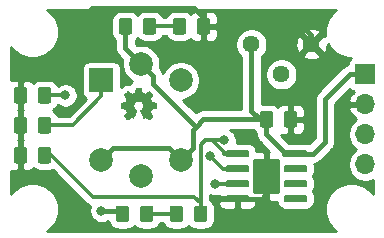
<source format=gbr>
G04 #@! TF.GenerationSoftware,KiCad,Pcbnew,5.1.5-52549c5~86~ubuntu16.04.1*
G04 #@! TF.CreationDate,2020-07-29T15:08:35+05:30*
G04 #@! TF.ProjectId,MQxx Gas Sensor V1.0,4d517878-2047-4617-9320-53656e736f72,V1.0*
G04 #@! TF.SameCoordinates,Original*
G04 #@! TF.FileFunction,Copper,L1,Top*
G04 #@! TF.FilePolarity,Positive*
%FSLAX46Y46*%
G04 Gerber Fmt 4.6, Leading zero omitted, Abs format (unit mm)*
G04 Created by KiCad (PCBNEW 5.1.5-52549c5~86~ubuntu16.04.1) date 2020-07-29 15:08:35*
%MOMM*%
%LPD*%
G04 APERTURE LIST*
%ADD10C,0.002540*%
%ADD11C,0.100000*%
%ADD12R,1.700000X1.700000*%
%ADD13O,1.700000X1.700000*%
%ADD14C,1.440000*%
%ADD15C,2.000000*%
%ADD16R,2.000000X2.000000*%
%ADD17C,0.812800*%
%ADD18C,0.355600*%
%ADD19C,0.457200*%
%ADD20C,0.254000*%
G04 APERTURE END LIST*
D10*
G36*
X137370820Y-88912700D02*
G01*
X137353040Y-88905080D01*
X137320020Y-88882220D01*
X137269220Y-88849200D01*
X137210800Y-88811100D01*
X137149840Y-88770460D01*
X137101580Y-88737440D01*
X137066020Y-88714580D01*
X137053320Y-88706960D01*
X137045700Y-88709500D01*
X137017760Y-88724740D01*
X136977120Y-88745060D01*
X136951720Y-88757760D01*
X136913620Y-88773000D01*
X136895840Y-88778080D01*
X136893300Y-88773000D01*
X136878060Y-88742520D01*
X136857740Y-88694260D01*
X136829800Y-88628220D01*
X136796780Y-88552020D01*
X136761220Y-88470740D01*
X136728200Y-88386920D01*
X136695180Y-88308180D01*
X136664700Y-88234520D01*
X136641840Y-88176100D01*
X136626600Y-88135460D01*
X136618980Y-88117680D01*
X136621520Y-88115140D01*
X136639300Y-88097360D01*
X136672320Y-88071960D01*
X136743440Y-88013540D01*
X136814560Y-87927180D01*
X136857740Y-87828120D01*
X136870440Y-87716360D01*
X136860280Y-87614760D01*
X136819640Y-87518240D01*
X136751060Y-87429340D01*
X136667240Y-87363300D01*
X136570720Y-87322660D01*
X136461500Y-87309960D01*
X136357360Y-87320120D01*
X136258300Y-87360760D01*
X136169400Y-87426800D01*
X136131300Y-87469980D01*
X136080500Y-87561420D01*
X136050020Y-87655400D01*
X136047480Y-87678260D01*
X136052560Y-87784940D01*
X136083040Y-87886540D01*
X136138920Y-87975440D01*
X136215120Y-88049100D01*
X136225280Y-88056720D01*
X136260840Y-88084660D01*
X136286240Y-88102440D01*
X136304020Y-88117680D01*
X136169400Y-88440260D01*
X136149080Y-88491060D01*
X136110980Y-88579960D01*
X136080500Y-88656160D01*
X136052560Y-88717120D01*
X136034780Y-88757760D01*
X136027160Y-88773000D01*
X136014460Y-88775540D01*
X135991600Y-88767920D01*
X135945880Y-88745060D01*
X135915400Y-88729820D01*
X135882380Y-88714580D01*
X135867140Y-88706960D01*
X135851900Y-88714580D01*
X135818880Y-88734900D01*
X135773160Y-88767920D01*
X135714740Y-88806020D01*
X135658860Y-88844120D01*
X135608060Y-88877140D01*
X135572500Y-88902540D01*
X135554720Y-88910160D01*
X135552180Y-88910160D01*
X135534400Y-88902540D01*
X135506460Y-88877140D01*
X135463280Y-88836500D01*
X135399780Y-88775540D01*
X135389620Y-88765380D01*
X135338820Y-88714580D01*
X135298180Y-88668860D01*
X135270240Y-88638380D01*
X135260080Y-88625680D01*
X135270240Y-88607900D01*
X135293100Y-88569800D01*
X135326120Y-88519000D01*
X135366760Y-88458040D01*
X135473440Y-88303100D01*
X135415020Y-88158320D01*
X135397240Y-88112600D01*
X135374380Y-88056720D01*
X135356600Y-88018620D01*
X135348980Y-88000840D01*
X135331200Y-87995760D01*
X135293100Y-87985600D01*
X135234680Y-87975440D01*
X135163560Y-87962740D01*
X135097520Y-87950040D01*
X135039100Y-87937340D01*
X134995920Y-87929720D01*
X134975600Y-87927180D01*
X134970520Y-87922100D01*
X134967980Y-87914480D01*
X134965440Y-87894160D01*
X134962900Y-87856060D01*
X134962900Y-87800180D01*
X134962900Y-87716360D01*
X134962900Y-87708740D01*
X134962900Y-87630000D01*
X134965440Y-87566500D01*
X134967980Y-87528400D01*
X134970520Y-87510620D01*
X134988300Y-87505540D01*
X135031480Y-87497920D01*
X135089900Y-87485220D01*
X135161020Y-87472520D01*
X135166100Y-87472520D01*
X135237220Y-87457280D01*
X135295640Y-87444580D01*
X135338820Y-87436960D01*
X135356600Y-87429340D01*
X135359140Y-87424260D01*
X135374380Y-87396320D01*
X135394700Y-87353140D01*
X135417560Y-87299800D01*
X135440420Y-87243920D01*
X135460740Y-87193120D01*
X135473440Y-87157560D01*
X135478520Y-87139780D01*
X135468360Y-87122000D01*
X135442960Y-87086440D01*
X135407400Y-87035640D01*
X135366760Y-86974680D01*
X135364220Y-86969600D01*
X135323580Y-86908640D01*
X135290560Y-86857840D01*
X135267700Y-86822280D01*
X135260080Y-86807040D01*
X135260080Y-86804500D01*
X135272780Y-86786720D01*
X135303260Y-86753700D01*
X135348980Y-86707980D01*
X135399780Y-86654640D01*
X135417560Y-86639400D01*
X135475980Y-86580980D01*
X135516620Y-86545420D01*
X135542020Y-86525100D01*
X135552180Y-86520020D01*
X135554720Y-86520020D01*
X135572500Y-86530180D01*
X135610600Y-86555580D01*
X135661400Y-86591140D01*
X135722360Y-86631780D01*
X135724900Y-86634320D01*
X135785860Y-86674960D01*
X135836660Y-86710520D01*
X135872220Y-86733380D01*
X135887460Y-86741000D01*
X135890000Y-86741000D01*
X135912860Y-86735920D01*
X135956040Y-86720680D01*
X136009380Y-86700360D01*
X136065260Y-86677500D01*
X136116060Y-86657180D01*
X136151620Y-86639400D01*
X136169400Y-86629240D01*
X136171940Y-86629240D01*
X136177020Y-86606380D01*
X136187180Y-86560660D01*
X136199880Y-86499700D01*
X136215120Y-86426040D01*
X136217660Y-86415880D01*
X136230360Y-86342220D01*
X136240520Y-86283800D01*
X136250680Y-86243160D01*
X136253220Y-86225380D01*
X136263380Y-86225380D01*
X136298940Y-86222840D01*
X136352280Y-86220300D01*
X136418320Y-86220300D01*
X136484360Y-86220300D01*
X136550400Y-86220300D01*
X136606280Y-86222840D01*
X136646920Y-86225380D01*
X136664700Y-86230460D01*
X136669780Y-86253320D01*
X136679940Y-86296500D01*
X136692640Y-86360000D01*
X136707880Y-86433660D01*
X136710420Y-86446360D01*
X136723120Y-86517480D01*
X136735820Y-86575900D01*
X136743440Y-86616540D01*
X136748520Y-86631780D01*
X136753600Y-86634320D01*
X136784080Y-86649560D01*
X136832340Y-86667340D01*
X136890760Y-86692740D01*
X137027920Y-86748620D01*
X137195560Y-86631780D01*
X137210800Y-86621620D01*
X137271760Y-86580980D01*
X137322560Y-86547960D01*
X137358120Y-86525100D01*
X137370820Y-86517480D01*
X137373360Y-86517480D01*
X137388600Y-86532720D01*
X137421620Y-86563200D01*
X137467340Y-86608920D01*
X137520680Y-86659720D01*
X137561320Y-86700360D01*
X137607040Y-86746080D01*
X137634980Y-86779100D01*
X137652760Y-86799420D01*
X137657840Y-86812120D01*
X137655300Y-86819740D01*
X137645140Y-86837520D01*
X137619740Y-86873080D01*
X137586720Y-86926420D01*
X137546080Y-86984840D01*
X137510520Y-87035640D01*
X137474960Y-87091520D01*
X137452100Y-87132160D01*
X137441940Y-87149940D01*
X137444480Y-87160100D01*
X137457180Y-87193120D01*
X137477500Y-87241380D01*
X137502900Y-87302340D01*
X137561320Y-87434420D01*
X137647680Y-87452200D01*
X137701020Y-87462360D01*
X137774680Y-87475060D01*
X137845800Y-87490300D01*
X137957560Y-87510620D01*
X137960100Y-87914480D01*
X137942320Y-87922100D01*
X137927080Y-87927180D01*
X137886440Y-87937340D01*
X137828020Y-87947500D01*
X137759440Y-87960200D01*
X137698480Y-87972900D01*
X137640060Y-87983060D01*
X137596880Y-87990680D01*
X137579100Y-87995760D01*
X137574020Y-88000840D01*
X137558780Y-88031320D01*
X137538460Y-88077040D01*
X137515600Y-88130380D01*
X137490200Y-88188800D01*
X137469880Y-88239600D01*
X137454640Y-88280240D01*
X137449560Y-88300560D01*
X137457180Y-88315800D01*
X137480040Y-88351360D01*
X137513060Y-88402160D01*
X137553700Y-88460580D01*
X137594340Y-88519000D01*
X137627360Y-88569800D01*
X137652760Y-88605360D01*
X137660380Y-88623140D01*
X137655300Y-88633300D01*
X137632440Y-88661240D01*
X137589260Y-88706960D01*
X137523220Y-88773000D01*
X137510520Y-88783160D01*
X137459720Y-88833960D01*
X137414000Y-88874600D01*
X137383520Y-88902540D01*
X137370820Y-88912700D01*
G37*
X137370820Y-88912700D02*
X137353040Y-88905080D01*
X137320020Y-88882220D01*
X137269220Y-88849200D01*
X137210800Y-88811100D01*
X137149840Y-88770460D01*
X137101580Y-88737440D01*
X137066020Y-88714580D01*
X137053320Y-88706960D01*
X137045700Y-88709500D01*
X137017760Y-88724740D01*
X136977120Y-88745060D01*
X136951720Y-88757760D01*
X136913620Y-88773000D01*
X136895840Y-88778080D01*
X136893300Y-88773000D01*
X136878060Y-88742520D01*
X136857740Y-88694260D01*
X136829800Y-88628220D01*
X136796780Y-88552020D01*
X136761220Y-88470740D01*
X136728200Y-88386920D01*
X136695180Y-88308180D01*
X136664700Y-88234520D01*
X136641840Y-88176100D01*
X136626600Y-88135460D01*
X136618980Y-88117680D01*
X136621520Y-88115140D01*
X136639300Y-88097360D01*
X136672320Y-88071960D01*
X136743440Y-88013540D01*
X136814560Y-87927180D01*
X136857740Y-87828120D01*
X136870440Y-87716360D01*
X136860280Y-87614760D01*
X136819640Y-87518240D01*
X136751060Y-87429340D01*
X136667240Y-87363300D01*
X136570720Y-87322660D01*
X136461500Y-87309960D01*
X136357360Y-87320120D01*
X136258300Y-87360760D01*
X136169400Y-87426800D01*
X136131300Y-87469980D01*
X136080500Y-87561420D01*
X136050020Y-87655400D01*
X136047480Y-87678260D01*
X136052560Y-87784940D01*
X136083040Y-87886540D01*
X136138920Y-87975440D01*
X136215120Y-88049100D01*
X136225280Y-88056720D01*
X136260840Y-88084660D01*
X136286240Y-88102440D01*
X136304020Y-88117680D01*
X136169400Y-88440260D01*
X136149080Y-88491060D01*
X136110980Y-88579960D01*
X136080500Y-88656160D01*
X136052560Y-88717120D01*
X136034780Y-88757760D01*
X136027160Y-88773000D01*
X136014460Y-88775540D01*
X135991600Y-88767920D01*
X135945880Y-88745060D01*
X135915400Y-88729820D01*
X135882380Y-88714580D01*
X135867140Y-88706960D01*
X135851900Y-88714580D01*
X135818880Y-88734900D01*
X135773160Y-88767920D01*
X135714740Y-88806020D01*
X135658860Y-88844120D01*
X135608060Y-88877140D01*
X135572500Y-88902540D01*
X135554720Y-88910160D01*
X135552180Y-88910160D01*
X135534400Y-88902540D01*
X135506460Y-88877140D01*
X135463280Y-88836500D01*
X135399780Y-88775540D01*
X135389620Y-88765380D01*
X135338820Y-88714580D01*
X135298180Y-88668860D01*
X135270240Y-88638380D01*
X135260080Y-88625680D01*
X135270240Y-88607900D01*
X135293100Y-88569800D01*
X135326120Y-88519000D01*
X135366760Y-88458040D01*
X135473440Y-88303100D01*
X135415020Y-88158320D01*
X135397240Y-88112600D01*
X135374380Y-88056720D01*
X135356600Y-88018620D01*
X135348980Y-88000840D01*
X135331200Y-87995760D01*
X135293100Y-87985600D01*
X135234680Y-87975440D01*
X135163560Y-87962740D01*
X135097520Y-87950040D01*
X135039100Y-87937340D01*
X134995920Y-87929720D01*
X134975600Y-87927180D01*
X134970520Y-87922100D01*
X134967980Y-87914480D01*
X134965440Y-87894160D01*
X134962900Y-87856060D01*
X134962900Y-87800180D01*
X134962900Y-87716360D01*
X134962900Y-87708740D01*
X134962900Y-87630000D01*
X134965440Y-87566500D01*
X134967980Y-87528400D01*
X134970520Y-87510620D01*
X134988300Y-87505540D01*
X135031480Y-87497920D01*
X135089900Y-87485220D01*
X135161020Y-87472520D01*
X135166100Y-87472520D01*
X135237220Y-87457280D01*
X135295640Y-87444580D01*
X135338820Y-87436960D01*
X135356600Y-87429340D01*
X135359140Y-87424260D01*
X135374380Y-87396320D01*
X135394700Y-87353140D01*
X135417560Y-87299800D01*
X135440420Y-87243920D01*
X135460740Y-87193120D01*
X135473440Y-87157560D01*
X135478520Y-87139780D01*
X135468360Y-87122000D01*
X135442960Y-87086440D01*
X135407400Y-87035640D01*
X135366760Y-86974680D01*
X135364220Y-86969600D01*
X135323580Y-86908640D01*
X135290560Y-86857840D01*
X135267700Y-86822280D01*
X135260080Y-86807040D01*
X135260080Y-86804500D01*
X135272780Y-86786720D01*
X135303260Y-86753700D01*
X135348980Y-86707980D01*
X135399780Y-86654640D01*
X135417560Y-86639400D01*
X135475980Y-86580980D01*
X135516620Y-86545420D01*
X135542020Y-86525100D01*
X135552180Y-86520020D01*
X135554720Y-86520020D01*
X135572500Y-86530180D01*
X135610600Y-86555580D01*
X135661400Y-86591140D01*
X135722360Y-86631780D01*
X135724900Y-86634320D01*
X135785860Y-86674960D01*
X135836660Y-86710520D01*
X135872220Y-86733380D01*
X135887460Y-86741000D01*
X135890000Y-86741000D01*
X135912860Y-86735920D01*
X135956040Y-86720680D01*
X136009380Y-86700360D01*
X136065260Y-86677500D01*
X136116060Y-86657180D01*
X136151620Y-86639400D01*
X136169400Y-86629240D01*
X136171940Y-86629240D01*
X136177020Y-86606380D01*
X136187180Y-86560660D01*
X136199880Y-86499700D01*
X136215120Y-86426040D01*
X136217660Y-86415880D01*
X136230360Y-86342220D01*
X136240520Y-86283800D01*
X136250680Y-86243160D01*
X136253220Y-86225380D01*
X136263380Y-86225380D01*
X136298940Y-86222840D01*
X136352280Y-86220300D01*
X136418320Y-86220300D01*
X136484360Y-86220300D01*
X136550400Y-86220300D01*
X136606280Y-86222840D01*
X136646920Y-86225380D01*
X136664700Y-86230460D01*
X136669780Y-86253320D01*
X136679940Y-86296500D01*
X136692640Y-86360000D01*
X136707880Y-86433660D01*
X136710420Y-86446360D01*
X136723120Y-86517480D01*
X136735820Y-86575900D01*
X136743440Y-86616540D01*
X136748520Y-86631780D01*
X136753600Y-86634320D01*
X136784080Y-86649560D01*
X136832340Y-86667340D01*
X136890760Y-86692740D01*
X137027920Y-86748620D01*
X137195560Y-86631780D01*
X137210800Y-86621620D01*
X137271760Y-86580980D01*
X137322560Y-86547960D01*
X137358120Y-86525100D01*
X137370820Y-86517480D01*
X137373360Y-86517480D01*
X137388600Y-86532720D01*
X137421620Y-86563200D01*
X137467340Y-86608920D01*
X137520680Y-86659720D01*
X137561320Y-86700360D01*
X137607040Y-86746080D01*
X137634980Y-86779100D01*
X137652760Y-86799420D01*
X137657840Y-86812120D01*
X137655300Y-86819740D01*
X137645140Y-86837520D01*
X137619740Y-86873080D01*
X137586720Y-86926420D01*
X137546080Y-86984840D01*
X137510520Y-87035640D01*
X137474960Y-87091520D01*
X137452100Y-87132160D01*
X137441940Y-87149940D01*
X137444480Y-87160100D01*
X137457180Y-87193120D01*
X137477500Y-87241380D01*
X137502900Y-87302340D01*
X137561320Y-87434420D01*
X137647680Y-87452200D01*
X137701020Y-87462360D01*
X137774680Y-87475060D01*
X137845800Y-87490300D01*
X137957560Y-87510620D01*
X137960100Y-87914480D01*
X137942320Y-87922100D01*
X137927080Y-87927180D01*
X137886440Y-87937340D01*
X137828020Y-87947500D01*
X137759440Y-87960200D01*
X137698480Y-87972900D01*
X137640060Y-87983060D01*
X137596880Y-87990680D01*
X137579100Y-87995760D01*
X137574020Y-88000840D01*
X137558780Y-88031320D01*
X137538460Y-88077040D01*
X137515600Y-88130380D01*
X137490200Y-88188800D01*
X137469880Y-88239600D01*
X137454640Y-88280240D01*
X137449560Y-88300560D01*
X137457180Y-88315800D01*
X137480040Y-88351360D01*
X137513060Y-88402160D01*
X137553700Y-88460580D01*
X137594340Y-88519000D01*
X137627360Y-88569800D01*
X137652760Y-88605360D01*
X137660380Y-88623140D01*
X137655300Y-88633300D01*
X137632440Y-88661240D01*
X137589260Y-88706960D01*
X137523220Y-88773000D01*
X137510520Y-88783160D01*
X137459720Y-88833960D01*
X137414000Y-88874600D01*
X137383520Y-88902540D01*
X137370820Y-88912700D01*
G04 #@! TA.AperFunction,SMDPad,CuDef*
D11*
G36*
X128882505Y-91249204D02*
G01*
X128906773Y-91252804D01*
X128930572Y-91258765D01*
X128953671Y-91267030D01*
X128975850Y-91277520D01*
X128996893Y-91290132D01*
X129016599Y-91304747D01*
X129034777Y-91321223D01*
X129051253Y-91339401D01*
X129065868Y-91359107D01*
X129078480Y-91380150D01*
X129088970Y-91402329D01*
X129097235Y-91425428D01*
X129103196Y-91449227D01*
X129106796Y-91473495D01*
X129108000Y-91497999D01*
X129108000Y-92398001D01*
X129106796Y-92422505D01*
X129103196Y-92446773D01*
X129097235Y-92470572D01*
X129088970Y-92493671D01*
X129078480Y-92515850D01*
X129065868Y-92536893D01*
X129051253Y-92556599D01*
X129034777Y-92574777D01*
X129016599Y-92591253D01*
X128996893Y-92605868D01*
X128975850Y-92618480D01*
X128953671Y-92628970D01*
X128930572Y-92637235D01*
X128906773Y-92643196D01*
X128882505Y-92646796D01*
X128858001Y-92648000D01*
X128207999Y-92648000D01*
X128183495Y-92646796D01*
X128159227Y-92643196D01*
X128135428Y-92637235D01*
X128112329Y-92628970D01*
X128090150Y-92618480D01*
X128069107Y-92605868D01*
X128049401Y-92591253D01*
X128031223Y-92574777D01*
X128014747Y-92556599D01*
X128000132Y-92536893D01*
X127987520Y-92515850D01*
X127977030Y-92493671D01*
X127968765Y-92470572D01*
X127962804Y-92446773D01*
X127959204Y-92422505D01*
X127958000Y-92398001D01*
X127958000Y-91497999D01*
X127959204Y-91473495D01*
X127962804Y-91449227D01*
X127968765Y-91425428D01*
X127977030Y-91402329D01*
X127987520Y-91380150D01*
X128000132Y-91359107D01*
X128014747Y-91339401D01*
X128031223Y-91321223D01*
X128049401Y-91304747D01*
X128069107Y-91290132D01*
X128090150Y-91277520D01*
X128112329Y-91267030D01*
X128135428Y-91258765D01*
X128159227Y-91252804D01*
X128183495Y-91249204D01*
X128207999Y-91248000D01*
X128858001Y-91248000D01*
X128882505Y-91249204D01*
G37*
G04 #@! TD.AperFunction*
G04 #@! TA.AperFunction,SMDPad,CuDef*
G36*
X126832505Y-91249204D02*
G01*
X126856773Y-91252804D01*
X126880572Y-91258765D01*
X126903671Y-91267030D01*
X126925850Y-91277520D01*
X126946893Y-91290132D01*
X126966599Y-91304747D01*
X126984777Y-91321223D01*
X127001253Y-91339401D01*
X127015868Y-91359107D01*
X127028480Y-91380150D01*
X127038970Y-91402329D01*
X127047235Y-91425428D01*
X127053196Y-91449227D01*
X127056796Y-91473495D01*
X127058000Y-91497999D01*
X127058000Y-92398001D01*
X127056796Y-92422505D01*
X127053196Y-92446773D01*
X127047235Y-92470572D01*
X127038970Y-92493671D01*
X127028480Y-92515850D01*
X127015868Y-92536893D01*
X127001253Y-92556599D01*
X126984777Y-92574777D01*
X126966599Y-92591253D01*
X126946893Y-92605868D01*
X126925850Y-92618480D01*
X126903671Y-92628970D01*
X126880572Y-92637235D01*
X126856773Y-92643196D01*
X126832505Y-92646796D01*
X126808001Y-92648000D01*
X126157999Y-92648000D01*
X126133495Y-92646796D01*
X126109227Y-92643196D01*
X126085428Y-92637235D01*
X126062329Y-92628970D01*
X126040150Y-92618480D01*
X126019107Y-92605868D01*
X125999401Y-92591253D01*
X125981223Y-92574777D01*
X125964747Y-92556599D01*
X125950132Y-92536893D01*
X125937520Y-92515850D01*
X125927030Y-92493671D01*
X125918765Y-92470572D01*
X125912804Y-92446773D01*
X125909204Y-92422505D01*
X125908000Y-92398001D01*
X125908000Y-91497999D01*
X125909204Y-91473495D01*
X125912804Y-91449227D01*
X125918765Y-91425428D01*
X125927030Y-91402329D01*
X125937520Y-91380150D01*
X125950132Y-91359107D01*
X125964747Y-91339401D01*
X125981223Y-91321223D01*
X125999401Y-91304747D01*
X126019107Y-91290132D01*
X126040150Y-91277520D01*
X126062329Y-91267030D01*
X126085428Y-91258765D01*
X126109227Y-91252804D01*
X126133495Y-91249204D01*
X126157999Y-91248000D01*
X126808001Y-91248000D01*
X126832505Y-91249204D01*
G37*
G04 #@! TD.AperFunction*
G04 #@! TA.AperFunction,SMDPad,CuDef*
G36*
X149710505Y-88201204D02*
G01*
X149734773Y-88204804D01*
X149758572Y-88210765D01*
X149781671Y-88219030D01*
X149803850Y-88229520D01*
X149824893Y-88242132D01*
X149844599Y-88256747D01*
X149862777Y-88273223D01*
X149879253Y-88291401D01*
X149893868Y-88311107D01*
X149906480Y-88332150D01*
X149916970Y-88354329D01*
X149925235Y-88377428D01*
X149931196Y-88401227D01*
X149934796Y-88425495D01*
X149936000Y-88449999D01*
X149936000Y-89350001D01*
X149934796Y-89374505D01*
X149931196Y-89398773D01*
X149925235Y-89422572D01*
X149916970Y-89445671D01*
X149906480Y-89467850D01*
X149893868Y-89488893D01*
X149879253Y-89508599D01*
X149862777Y-89526777D01*
X149844599Y-89543253D01*
X149824893Y-89557868D01*
X149803850Y-89570480D01*
X149781671Y-89580970D01*
X149758572Y-89589235D01*
X149734773Y-89595196D01*
X149710505Y-89598796D01*
X149686001Y-89600000D01*
X149035999Y-89600000D01*
X149011495Y-89598796D01*
X148987227Y-89595196D01*
X148963428Y-89589235D01*
X148940329Y-89580970D01*
X148918150Y-89570480D01*
X148897107Y-89557868D01*
X148877401Y-89543253D01*
X148859223Y-89526777D01*
X148842747Y-89508599D01*
X148828132Y-89488893D01*
X148815520Y-89467850D01*
X148805030Y-89445671D01*
X148796765Y-89422572D01*
X148790804Y-89398773D01*
X148787204Y-89374505D01*
X148786000Y-89350001D01*
X148786000Y-88449999D01*
X148787204Y-88425495D01*
X148790804Y-88401227D01*
X148796765Y-88377428D01*
X148805030Y-88354329D01*
X148815520Y-88332150D01*
X148828132Y-88311107D01*
X148842747Y-88291401D01*
X148859223Y-88273223D01*
X148877401Y-88256747D01*
X148897107Y-88242132D01*
X148918150Y-88229520D01*
X148940329Y-88219030D01*
X148963428Y-88210765D01*
X148987227Y-88204804D01*
X149011495Y-88201204D01*
X149035999Y-88200000D01*
X149686001Y-88200000D01*
X149710505Y-88201204D01*
G37*
G04 #@! TD.AperFunction*
G04 #@! TA.AperFunction,SMDPad,CuDef*
G36*
X147660505Y-88201204D02*
G01*
X147684773Y-88204804D01*
X147708572Y-88210765D01*
X147731671Y-88219030D01*
X147753850Y-88229520D01*
X147774893Y-88242132D01*
X147794599Y-88256747D01*
X147812777Y-88273223D01*
X147829253Y-88291401D01*
X147843868Y-88311107D01*
X147856480Y-88332150D01*
X147866970Y-88354329D01*
X147875235Y-88377428D01*
X147881196Y-88401227D01*
X147884796Y-88425495D01*
X147886000Y-88449999D01*
X147886000Y-89350001D01*
X147884796Y-89374505D01*
X147881196Y-89398773D01*
X147875235Y-89422572D01*
X147866970Y-89445671D01*
X147856480Y-89467850D01*
X147843868Y-89488893D01*
X147829253Y-89508599D01*
X147812777Y-89526777D01*
X147794599Y-89543253D01*
X147774893Y-89557868D01*
X147753850Y-89570480D01*
X147731671Y-89580970D01*
X147708572Y-89589235D01*
X147684773Y-89595196D01*
X147660505Y-89598796D01*
X147636001Y-89600000D01*
X146985999Y-89600000D01*
X146961495Y-89598796D01*
X146937227Y-89595196D01*
X146913428Y-89589235D01*
X146890329Y-89580970D01*
X146868150Y-89570480D01*
X146847107Y-89557868D01*
X146827401Y-89543253D01*
X146809223Y-89526777D01*
X146792747Y-89508599D01*
X146778132Y-89488893D01*
X146765520Y-89467850D01*
X146755030Y-89445671D01*
X146746765Y-89422572D01*
X146740804Y-89398773D01*
X146737204Y-89374505D01*
X146736000Y-89350001D01*
X146736000Y-88449999D01*
X146737204Y-88425495D01*
X146740804Y-88401227D01*
X146746765Y-88377428D01*
X146755030Y-88354329D01*
X146765520Y-88332150D01*
X146778132Y-88311107D01*
X146792747Y-88291401D01*
X146809223Y-88273223D01*
X146827401Y-88256747D01*
X146847107Y-88242132D01*
X146868150Y-88229520D01*
X146890329Y-88219030D01*
X146913428Y-88210765D01*
X146937227Y-88204804D01*
X146961495Y-88201204D01*
X146985999Y-88200000D01*
X147636001Y-88200000D01*
X147660505Y-88201204D01*
G37*
G04 #@! TD.AperFunction*
G04 #@! TA.AperFunction,SMDPad,CuDef*
G36*
X142344505Y-80327204D02*
G01*
X142368773Y-80330804D01*
X142392572Y-80336765D01*
X142415671Y-80345030D01*
X142437850Y-80355520D01*
X142458893Y-80368132D01*
X142478599Y-80382747D01*
X142496777Y-80399223D01*
X142513253Y-80417401D01*
X142527868Y-80437107D01*
X142540480Y-80458150D01*
X142550970Y-80480329D01*
X142559235Y-80503428D01*
X142565196Y-80527227D01*
X142568796Y-80551495D01*
X142570000Y-80575999D01*
X142570000Y-81476001D01*
X142568796Y-81500505D01*
X142565196Y-81524773D01*
X142559235Y-81548572D01*
X142550970Y-81571671D01*
X142540480Y-81593850D01*
X142527868Y-81614893D01*
X142513253Y-81634599D01*
X142496777Y-81652777D01*
X142478599Y-81669253D01*
X142458893Y-81683868D01*
X142437850Y-81696480D01*
X142415671Y-81706970D01*
X142392572Y-81715235D01*
X142368773Y-81721196D01*
X142344505Y-81724796D01*
X142320001Y-81726000D01*
X141669999Y-81726000D01*
X141645495Y-81724796D01*
X141621227Y-81721196D01*
X141597428Y-81715235D01*
X141574329Y-81706970D01*
X141552150Y-81696480D01*
X141531107Y-81683868D01*
X141511401Y-81669253D01*
X141493223Y-81652777D01*
X141476747Y-81634599D01*
X141462132Y-81614893D01*
X141449520Y-81593850D01*
X141439030Y-81571671D01*
X141430765Y-81548572D01*
X141424804Y-81524773D01*
X141421204Y-81500505D01*
X141420000Y-81476001D01*
X141420000Y-80575999D01*
X141421204Y-80551495D01*
X141424804Y-80527227D01*
X141430765Y-80503428D01*
X141439030Y-80480329D01*
X141449520Y-80458150D01*
X141462132Y-80437107D01*
X141476747Y-80417401D01*
X141493223Y-80399223D01*
X141511401Y-80382747D01*
X141531107Y-80368132D01*
X141552150Y-80355520D01*
X141574329Y-80345030D01*
X141597428Y-80336765D01*
X141621227Y-80330804D01*
X141645495Y-80327204D01*
X141669999Y-80326000D01*
X142320001Y-80326000D01*
X142344505Y-80327204D01*
G37*
G04 #@! TD.AperFunction*
G04 #@! TA.AperFunction,SMDPad,CuDef*
G36*
X140294505Y-80327204D02*
G01*
X140318773Y-80330804D01*
X140342572Y-80336765D01*
X140365671Y-80345030D01*
X140387850Y-80355520D01*
X140408893Y-80368132D01*
X140428599Y-80382747D01*
X140446777Y-80399223D01*
X140463253Y-80417401D01*
X140477868Y-80437107D01*
X140490480Y-80458150D01*
X140500970Y-80480329D01*
X140509235Y-80503428D01*
X140515196Y-80527227D01*
X140518796Y-80551495D01*
X140520000Y-80575999D01*
X140520000Y-81476001D01*
X140518796Y-81500505D01*
X140515196Y-81524773D01*
X140509235Y-81548572D01*
X140500970Y-81571671D01*
X140490480Y-81593850D01*
X140477868Y-81614893D01*
X140463253Y-81634599D01*
X140446777Y-81652777D01*
X140428599Y-81669253D01*
X140408893Y-81683868D01*
X140387850Y-81696480D01*
X140365671Y-81706970D01*
X140342572Y-81715235D01*
X140318773Y-81721196D01*
X140294505Y-81724796D01*
X140270001Y-81726000D01*
X139619999Y-81726000D01*
X139595495Y-81724796D01*
X139571227Y-81721196D01*
X139547428Y-81715235D01*
X139524329Y-81706970D01*
X139502150Y-81696480D01*
X139481107Y-81683868D01*
X139461401Y-81669253D01*
X139443223Y-81652777D01*
X139426747Y-81634599D01*
X139412132Y-81614893D01*
X139399520Y-81593850D01*
X139389030Y-81571671D01*
X139380765Y-81548572D01*
X139374804Y-81524773D01*
X139371204Y-81500505D01*
X139370000Y-81476001D01*
X139370000Y-80575999D01*
X139371204Y-80551495D01*
X139374804Y-80527227D01*
X139380765Y-80503428D01*
X139389030Y-80480329D01*
X139399520Y-80458150D01*
X139412132Y-80437107D01*
X139426747Y-80417401D01*
X139443223Y-80399223D01*
X139461401Y-80382747D01*
X139481107Y-80368132D01*
X139502150Y-80355520D01*
X139524329Y-80345030D01*
X139547428Y-80336765D01*
X139571227Y-80330804D01*
X139595495Y-80327204D01*
X139619999Y-80326000D01*
X140270001Y-80326000D01*
X140294505Y-80327204D01*
G37*
G04 #@! TD.AperFunction*
G04 #@! TA.AperFunction,SMDPad,CuDef*
G36*
X140040505Y-96202204D02*
G01*
X140064773Y-96205804D01*
X140088572Y-96211765D01*
X140111671Y-96220030D01*
X140133850Y-96230520D01*
X140154893Y-96243132D01*
X140174599Y-96257747D01*
X140192777Y-96274223D01*
X140209253Y-96292401D01*
X140223868Y-96312107D01*
X140236480Y-96333150D01*
X140246970Y-96355329D01*
X140255235Y-96378428D01*
X140261196Y-96402227D01*
X140264796Y-96426495D01*
X140266000Y-96450999D01*
X140266000Y-97351001D01*
X140264796Y-97375505D01*
X140261196Y-97399773D01*
X140255235Y-97423572D01*
X140246970Y-97446671D01*
X140236480Y-97468850D01*
X140223868Y-97489893D01*
X140209253Y-97509599D01*
X140192777Y-97527777D01*
X140174599Y-97544253D01*
X140154893Y-97558868D01*
X140133850Y-97571480D01*
X140111671Y-97581970D01*
X140088572Y-97590235D01*
X140064773Y-97596196D01*
X140040505Y-97599796D01*
X140016001Y-97601000D01*
X139365999Y-97601000D01*
X139341495Y-97599796D01*
X139317227Y-97596196D01*
X139293428Y-97590235D01*
X139270329Y-97581970D01*
X139248150Y-97571480D01*
X139227107Y-97558868D01*
X139207401Y-97544253D01*
X139189223Y-97527777D01*
X139172747Y-97509599D01*
X139158132Y-97489893D01*
X139145520Y-97468850D01*
X139135030Y-97446671D01*
X139126765Y-97423572D01*
X139120804Y-97399773D01*
X139117204Y-97375505D01*
X139116000Y-97351001D01*
X139116000Y-96450999D01*
X139117204Y-96426495D01*
X139120804Y-96402227D01*
X139126765Y-96378428D01*
X139135030Y-96355329D01*
X139145520Y-96333150D01*
X139158132Y-96312107D01*
X139172747Y-96292401D01*
X139189223Y-96274223D01*
X139207401Y-96257747D01*
X139227107Y-96243132D01*
X139248150Y-96230520D01*
X139270329Y-96220030D01*
X139293428Y-96211765D01*
X139317227Y-96205804D01*
X139341495Y-96202204D01*
X139365999Y-96201000D01*
X140016001Y-96201000D01*
X140040505Y-96202204D01*
G37*
G04 #@! TD.AperFunction*
G04 #@! TA.AperFunction,SMDPad,CuDef*
G36*
X142090505Y-96202204D02*
G01*
X142114773Y-96205804D01*
X142138572Y-96211765D01*
X142161671Y-96220030D01*
X142183850Y-96230520D01*
X142204893Y-96243132D01*
X142224599Y-96257747D01*
X142242777Y-96274223D01*
X142259253Y-96292401D01*
X142273868Y-96312107D01*
X142286480Y-96333150D01*
X142296970Y-96355329D01*
X142305235Y-96378428D01*
X142311196Y-96402227D01*
X142314796Y-96426495D01*
X142316000Y-96450999D01*
X142316000Y-97351001D01*
X142314796Y-97375505D01*
X142311196Y-97399773D01*
X142305235Y-97423572D01*
X142296970Y-97446671D01*
X142286480Y-97468850D01*
X142273868Y-97489893D01*
X142259253Y-97509599D01*
X142242777Y-97527777D01*
X142224599Y-97544253D01*
X142204893Y-97558868D01*
X142183850Y-97571480D01*
X142161671Y-97581970D01*
X142138572Y-97590235D01*
X142114773Y-97596196D01*
X142090505Y-97599796D01*
X142066001Y-97601000D01*
X141415999Y-97601000D01*
X141391495Y-97599796D01*
X141367227Y-97596196D01*
X141343428Y-97590235D01*
X141320329Y-97581970D01*
X141298150Y-97571480D01*
X141277107Y-97558868D01*
X141257401Y-97544253D01*
X141239223Y-97527777D01*
X141222747Y-97509599D01*
X141208132Y-97489893D01*
X141195520Y-97468850D01*
X141185030Y-97446671D01*
X141176765Y-97423572D01*
X141170804Y-97399773D01*
X141167204Y-97375505D01*
X141166000Y-97351001D01*
X141166000Y-96450999D01*
X141167204Y-96426495D01*
X141170804Y-96402227D01*
X141176765Y-96378428D01*
X141185030Y-96355329D01*
X141195520Y-96333150D01*
X141208132Y-96312107D01*
X141222747Y-96292401D01*
X141239223Y-96274223D01*
X141257401Y-96257747D01*
X141277107Y-96243132D01*
X141298150Y-96230520D01*
X141320329Y-96220030D01*
X141343428Y-96211765D01*
X141367227Y-96205804D01*
X141391495Y-96202204D01*
X141415999Y-96201000D01*
X142066001Y-96201000D01*
X142090505Y-96202204D01*
G37*
G04 #@! TD.AperFunction*
D12*
X155702000Y-85090000D03*
D13*
X155702000Y-87630000D03*
X155702000Y-90170000D03*
X155702000Y-92710000D03*
G04 #@! TA.AperFunction,SMDPad,CuDef*
D11*
G36*
X135722505Y-80327204D02*
G01*
X135746773Y-80330804D01*
X135770572Y-80336765D01*
X135793671Y-80345030D01*
X135815850Y-80355520D01*
X135836893Y-80368132D01*
X135856599Y-80382747D01*
X135874777Y-80399223D01*
X135891253Y-80417401D01*
X135905868Y-80437107D01*
X135918480Y-80458150D01*
X135928970Y-80480329D01*
X135937235Y-80503428D01*
X135943196Y-80527227D01*
X135946796Y-80551495D01*
X135948000Y-80575999D01*
X135948000Y-81476001D01*
X135946796Y-81500505D01*
X135943196Y-81524773D01*
X135937235Y-81548572D01*
X135928970Y-81571671D01*
X135918480Y-81593850D01*
X135905868Y-81614893D01*
X135891253Y-81634599D01*
X135874777Y-81652777D01*
X135856599Y-81669253D01*
X135836893Y-81683868D01*
X135815850Y-81696480D01*
X135793671Y-81706970D01*
X135770572Y-81715235D01*
X135746773Y-81721196D01*
X135722505Y-81724796D01*
X135698001Y-81726000D01*
X135047999Y-81726000D01*
X135023495Y-81724796D01*
X134999227Y-81721196D01*
X134975428Y-81715235D01*
X134952329Y-81706970D01*
X134930150Y-81696480D01*
X134909107Y-81683868D01*
X134889401Y-81669253D01*
X134871223Y-81652777D01*
X134854747Y-81634599D01*
X134840132Y-81614893D01*
X134827520Y-81593850D01*
X134817030Y-81571671D01*
X134808765Y-81548572D01*
X134802804Y-81524773D01*
X134799204Y-81500505D01*
X134798000Y-81476001D01*
X134798000Y-80575999D01*
X134799204Y-80551495D01*
X134802804Y-80527227D01*
X134808765Y-80503428D01*
X134817030Y-80480329D01*
X134827520Y-80458150D01*
X134840132Y-80437107D01*
X134854747Y-80417401D01*
X134871223Y-80399223D01*
X134889401Y-80382747D01*
X134909107Y-80368132D01*
X134930150Y-80355520D01*
X134952329Y-80345030D01*
X134975428Y-80336765D01*
X134999227Y-80330804D01*
X135023495Y-80327204D01*
X135047999Y-80326000D01*
X135698001Y-80326000D01*
X135722505Y-80327204D01*
G37*
G04 #@! TD.AperFunction*
G04 #@! TA.AperFunction,SMDPad,CuDef*
G36*
X137772505Y-80327204D02*
G01*
X137796773Y-80330804D01*
X137820572Y-80336765D01*
X137843671Y-80345030D01*
X137865850Y-80355520D01*
X137886893Y-80368132D01*
X137906599Y-80382747D01*
X137924777Y-80399223D01*
X137941253Y-80417401D01*
X137955868Y-80437107D01*
X137968480Y-80458150D01*
X137978970Y-80480329D01*
X137987235Y-80503428D01*
X137993196Y-80527227D01*
X137996796Y-80551495D01*
X137998000Y-80575999D01*
X137998000Y-81476001D01*
X137996796Y-81500505D01*
X137993196Y-81524773D01*
X137987235Y-81548572D01*
X137978970Y-81571671D01*
X137968480Y-81593850D01*
X137955868Y-81614893D01*
X137941253Y-81634599D01*
X137924777Y-81652777D01*
X137906599Y-81669253D01*
X137886893Y-81683868D01*
X137865850Y-81696480D01*
X137843671Y-81706970D01*
X137820572Y-81715235D01*
X137796773Y-81721196D01*
X137772505Y-81724796D01*
X137748001Y-81726000D01*
X137097999Y-81726000D01*
X137073495Y-81724796D01*
X137049227Y-81721196D01*
X137025428Y-81715235D01*
X137002329Y-81706970D01*
X136980150Y-81696480D01*
X136959107Y-81683868D01*
X136939401Y-81669253D01*
X136921223Y-81652777D01*
X136904747Y-81634599D01*
X136890132Y-81614893D01*
X136877520Y-81593850D01*
X136867030Y-81571671D01*
X136858765Y-81548572D01*
X136852804Y-81524773D01*
X136849204Y-81500505D01*
X136848000Y-81476001D01*
X136848000Y-80575999D01*
X136849204Y-80551495D01*
X136852804Y-80527227D01*
X136858765Y-80503428D01*
X136867030Y-80480329D01*
X136877520Y-80458150D01*
X136890132Y-80437107D01*
X136904747Y-80417401D01*
X136921223Y-80399223D01*
X136939401Y-80382747D01*
X136959107Y-80368132D01*
X136980150Y-80355520D01*
X137002329Y-80345030D01*
X137025428Y-80336765D01*
X137049227Y-80330804D01*
X137073495Y-80327204D01*
X137097999Y-80326000D01*
X137748001Y-80326000D01*
X137772505Y-80327204D01*
G37*
G04 #@! TD.AperFunction*
G04 #@! TA.AperFunction,SMDPad,CuDef*
G36*
X137518505Y-96202204D02*
G01*
X137542773Y-96205804D01*
X137566572Y-96211765D01*
X137589671Y-96220030D01*
X137611850Y-96230520D01*
X137632893Y-96243132D01*
X137652599Y-96257747D01*
X137670777Y-96274223D01*
X137687253Y-96292401D01*
X137701868Y-96312107D01*
X137714480Y-96333150D01*
X137724970Y-96355329D01*
X137733235Y-96378428D01*
X137739196Y-96402227D01*
X137742796Y-96426495D01*
X137744000Y-96450999D01*
X137744000Y-97351001D01*
X137742796Y-97375505D01*
X137739196Y-97399773D01*
X137733235Y-97423572D01*
X137724970Y-97446671D01*
X137714480Y-97468850D01*
X137701868Y-97489893D01*
X137687253Y-97509599D01*
X137670777Y-97527777D01*
X137652599Y-97544253D01*
X137632893Y-97558868D01*
X137611850Y-97571480D01*
X137589671Y-97581970D01*
X137566572Y-97590235D01*
X137542773Y-97596196D01*
X137518505Y-97599796D01*
X137494001Y-97601000D01*
X136843999Y-97601000D01*
X136819495Y-97599796D01*
X136795227Y-97596196D01*
X136771428Y-97590235D01*
X136748329Y-97581970D01*
X136726150Y-97571480D01*
X136705107Y-97558868D01*
X136685401Y-97544253D01*
X136667223Y-97527777D01*
X136650747Y-97509599D01*
X136636132Y-97489893D01*
X136623520Y-97468850D01*
X136613030Y-97446671D01*
X136604765Y-97423572D01*
X136598804Y-97399773D01*
X136595204Y-97375505D01*
X136594000Y-97351001D01*
X136594000Y-96450999D01*
X136595204Y-96426495D01*
X136598804Y-96402227D01*
X136604765Y-96378428D01*
X136613030Y-96355329D01*
X136623520Y-96333150D01*
X136636132Y-96312107D01*
X136650747Y-96292401D01*
X136667223Y-96274223D01*
X136685401Y-96257747D01*
X136705107Y-96243132D01*
X136726150Y-96230520D01*
X136748329Y-96220030D01*
X136771428Y-96211765D01*
X136795227Y-96205804D01*
X136819495Y-96202204D01*
X136843999Y-96201000D01*
X137494001Y-96201000D01*
X137518505Y-96202204D01*
G37*
G04 #@! TD.AperFunction*
G04 #@! TA.AperFunction,SMDPad,CuDef*
G36*
X135468505Y-96202204D02*
G01*
X135492773Y-96205804D01*
X135516572Y-96211765D01*
X135539671Y-96220030D01*
X135561850Y-96230520D01*
X135582893Y-96243132D01*
X135602599Y-96257747D01*
X135620777Y-96274223D01*
X135637253Y-96292401D01*
X135651868Y-96312107D01*
X135664480Y-96333150D01*
X135674970Y-96355329D01*
X135683235Y-96378428D01*
X135689196Y-96402227D01*
X135692796Y-96426495D01*
X135694000Y-96450999D01*
X135694000Y-97351001D01*
X135692796Y-97375505D01*
X135689196Y-97399773D01*
X135683235Y-97423572D01*
X135674970Y-97446671D01*
X135664480Y-97468850D01*
X135651868Y-97489893D01*
X135637253Y-97509599D01*
X135620777Y-97527777D01*
X135602599Y-97544253D01*
X135582893Y-97558868D01*
X135561850Y-97571480D01*
X135539671Y-97581970D01*
X135516572Y-97590235D01*
X135492773Y-97596196D01*
X135468505Y-97599796D01*
X135444001Y-97601000D01*
X134793999Y-97601000D01*
X134769495Y-97599796D01*
X134745227Y-97596196D01*
X134721428Y-97590235D01*
X134698329Y-97581970D01*
X134676150Y-97571480D01*
X134655107Y-97558868D01*
X134635401Y-97544253D01*
X134617223Y-97527777D01*
X134600747Y-97509599D01*
X134586132Y-97489893D01*
X134573520Y-97468850D01*
X134563030Y-97446671D01*
X134554765Y-97423572D01*
X134548804Y-97399773D01*
X134545204Y-97375505D01*
X134544000Y-97351001D01*
X134544000Y-96450999D01*
X134545204Y-96426495D01*
X134548804Y-96402227D01*
X134554765Y-96378428D01*
X134563030Y-96355329D01*
X134573520Y-96333150D01*
X134586132Y-96312107D01*
X134600747Y-96292401D01*
X134617223Y-96274223D01*
X134635401Y-96257747D01*
X134655107Y-96243132D01*
X134676150Y-96230520D01*
X134698329Y-96220030D01*
X134721428Y-96211765D01*
X134745227Y-96205804D01*
X134769495Y-96202204D01*
X134793999Y-96201000D01*
X135444001Y-96201000D01*
X135468505Y-96202204D01*
G37*
G04 #@! TD.AperFunction*
G04 #@! TA.AperFunction,SMDPad,CuDef*
G36*
X128891505Y-86169204D02*
G01*
X128915773Y-86172804D01*
X128939572Y-86178765D01*
X128962671Y-86187030D01*
X128984850Y-86197520D01*
X129005893Y-86210132D01*
X129025599Y-86224747D01*
X129043777Y-86241223D01*
X129060253Y-86259401D01*
X129074868Y-86279107D01*
X129087480Y-86300150D01*
X129097970Y-86322329D01*
X129106235Y-86345428D01*
X129112196Y-86369227D01*
X129115796Y-86393495D01*
X129117000Y-86417999D01*
X129117000Y-87318001D01*
X129115796Y-87342505D01*
X129112196Y-87366773D01*
X129106235Y-87390572D01*
X129097970Y-87413671D01*
X129087480Y-87435850D01*
X129074868Y-87456893D01*
X129060253Y-87476599D01*
X129043777Y-87494777D01*
X129025599Y-87511253D01*
X129005893Y-87525868D01*
X128984850Y-87538480D01*
X128962671Y-87548970D01*
X128939572Y-87557235D01*
X128915773Y-87563196D01*
X128891505Y-87566796D01*
X128867001Y-87568000D01*
X128216999Y-87568000D01*
X128192495Y-87566796D01*
X128168227Y-87563196D01*
X128144428Y-87557235D01*
X128121329Y-87548970D01*
X128099150Y-87538480D01*
X128078107Y-87525868D01*
X128058401Y-87511253D01*
X128040223Y-87494777D01*
X128023747Y-87476599D01*
X128009132Y-87456893D01*
X127996520Y-87435850D01*
X127986030Y-87413671D01*
X127977765Y-87390572D01*
X127971804Y-87366773D01*
X127968204Y-87342505D01*
X127967000Y-87318001D01*
X127967000Y-86417999D01*
X127968204Y-86393495D01*
X127971804Y-86369227D01*
X127977765Y-86345428D01*
X127986030Y-86322329D01*
X127996520Y-86300150D01*
X128009132Y-86279107D01*
X128023747Y-86259401D01*
X128040223Y-86241223D01*
X128058401Y-86224747D01*
X128078107Y-86210132D01*
X128099150Y-86197520D01*
X128121329Y-86187030D01*
X128144428Y-86178765D01*
X128168227Y-86172804D01*
X128192495Y-86169204D01*
X128216999Y-86168000D01*
X128867001Y-86168000D01*
X128891505Y-86169204D01*
G37*
G04 #@! TD.AperFunction*
G04 #@! TA.AperFunction,SMDPad,CuDef*
G36*
X126841505Y-86169204D02*
G01*
X126865773Y-86172804D01*
X126889572Y-86178765D01*
X126912671Y-86187030D01*
X126934850Y-86197520D01*
X126955893Y-86210132D01*
X126975599Y-86224747D01*
X126993777Y-86241223D01*
X127010253Y-86259401D01*
X127024868Y-86279107D01*
X127037480Y-86300150D01*
X127047970Y-86322329D01*
X127056235Y-86345428D01*
X127062196Y-86369227D01*
X127065796Y-86393495D01*
X127067000Y-86417999D01*
X127067000Y-87318001D01*
X127065796Y-87342505D01*
X127062196Y-87366773D01*
X127056235Y-87390572D01*
X127047970Y-87413671D01*
X127037480Y-87435850D01*
X127024868Y-87456893D01*
X127010253Y-87476599D01*
X126993777Y-87494777D01*
X126975599Y-87511253D01*
X126955893Y-87525868D01*
X126934850Y-87538480D01*
X126912671Y-87548970D01*
X126889572Y-87557235D01*
X126865773Y-87563196D01*
X126841505Y-87566796D01*
X126817001Y-87568000D01*
X126166999Y-87568000D01*
X126142495Y-87566796D01*
X126118227Y-87563196D01*
X126094428Y-87557235D01*
X126071329Y-87548970D01*
X126049150Y-87538480D01*
X126028107Y-87525868D01*
X126008401Y-87511253D01*
X125990223Y-87494777D01*
X125973747Y-87476599D01*
X125959132Y-87456893D01*
X125946520Y-87435850D01*
X125936030Y-87413671D01*
X125927765Y-87390572D01*
X125921804Y-87366773D01*
X125918204Y-87342505D01*
X125917000Y-87318001D01*
X125917000Y-86417999D01*
X125918204Y-86393495D01*
X125921804Y-86369227D01*
X125927765Y-86345428D01*
X125936030Y-86322329D01*
X125946520Y-86300150D01*
X125959132Y-86279107D01*
X125973747Y-86259401D01*
X125990223Y-86241223D01*
X126008401Y-86224747D01*
X126028107Y-86210132D01*
X126049150Y-86197520D01*
X126071329Y-86187030D01*
X126094428Y-86178765D01*
X126118227Y-86172804D01*
X126142495Y-86169204D01*
X126166999Y-86168000D01*
X126817001Y-86168000D01*
X126841505Y-86169204D01*
G37*
G04 #@! TD.AperFunction*
G04 #@! TA.AperFunction,SMDPad,CuDef*
G36*
X126832505Y-88709204D02*
G01*
X126856773Y-88712804D01*
X126880572Y-88718765D01*
X126903671Y-88727030D01*
X126925850Y-88737520D01*
X126946893Y-88750132D01*
X126966599Y-88764747D01*
X126984777Y-88781223D01*
X127001253Y-88799401D01*
X127015868Y-88819107D01*
X127028480Y-88840150D01*
X127038970Y-88862329D01*
X127047235Y-88885428D01*
X127053196Y-88909227D01*
X127056796Y-88933495D01*
X127058000Y-88957999D01*
X127058000Y-89858001D01*
X127056796Y-89882505D01*
X127053196Y-89906773D01*
X127047235Y-89930572D01*
X127038970Y-89953671D01*
X127028480Y-89975850D01*
X127015868Y-89996893D01*
X127001253Y-90016599D01*
X126984777Y-90034777D01*
X126966599Y-90051253D01*
X126946893Y-90065868D01*
X126925850Y-90078480D01*
X126903671Y-90088970D01*
X126880572Y-90097235D01*
X126856773Y-90103196D01*
X126832505Y-90106796D01*
X126808001Y-90108000D01*
X126157999Y-90108000D01*
X126133495Y-90106796D01*
X126109227Y-90103196D01*
X126085428Y-90097235D01*
X126062329Y-90088970D01*
X126040150Y-90078480D01*
X126019107Y-90065868D01*
X125999401Y-90051253D01*
X125981223Y-90034777D01*
X125964747Y-90016599D01*
X125950132Y-89996893D01*
X125937520Y-89975850D01*
X125927030Y-89953671D01*
X125918765Y-89930572D01*
X125912804Y-89906773D01*
X125909204Y-89882505D01*
X125908000Y-89858001D01*
X125908000Y-88957999D01*
X125909204Y-88933495D01*
X125912804Y-88909227D01*
X125918765Y-88885428D01*
X125927030Y-88862329D01*
X125937520Y-88840150D01*
X125950132Y-88819107D01*
X125964747Y-88799401D01*
X125981223Y-88781223D01*
X125999401Y-88764747D01*
X126019107Y-88750132D01*
X126040150Y-88737520D01*
X126062329Y-88727030D01*
X126085428Y-88718765D01*
X126109227Y-88712804D01*
X126133495Y-88709204D01*
X126157999Y-88708000D01*
X126808001Y-88708000D01*
X126832505Y-88709204D01*
G37*
G04 #@! TD.AperFunction*
G04 #@! TA.AperFunction,SMDPad,CuDef*
G36*
X128882505Y-88709204D02*
G01*
X128906773Y-88712804D01*
X128930572Y-88718765D01*
X128953671Y-88727030D01*
X128975850Y-88737520D01*
X128996893Y-88750132D01*
X129016599Y-88764747D01*
X129034777Y-88781223D01*
X129051253Y-88799401D01*
X129065868Y-88819107D01*
X129078480Y-88840150D01*
X129088970Y-88862329D01*
X129097235Y-88885428D01*
X129103196Y-88909227D01*
X129106796Y-88933495D01*
X129108000Y-88957999D01*
X129108000Y-89858001D01*
X129106796Y-89882505D01*
X129103196Y-89906773D01*
X129097235Y-89930572D01*
X129088970Y-89953671D01*
X129078480Y-89975850D01*
X129065868Y-89996893D01*
X129051253Y-90016599D01*
X129034777Y-90034777D01*
X129016599Y-90051253D01*
X128996893Y-90065868D01*
X128975850Y-90078480D01*
X128953671Y-90088970D01*
X128930572Y-90097235D01*
X128906773Y-90103196D01*
X128882505Y-90106796D01*
X128858001Y-90108000D01*
X128207999Y-90108000D01*
X128183495Y-90106796D01*
X128159227Y-90103196D01*
X128135428Y-90097235D01*
X128112329Y-90088970D01*
X128090150Y-90078480D01*
X128069107Y-90065868D01*
X128049401Y-90051253D01*
X128031223Y-90034777D01*
X128014747Y-90016599D01*
X128000132Y-89996893D01*
X127987520Y-89975850D01*
X127977030Y-89953671D01*
X127968765Y-89930572D01*
X127962804Y-89906773D01*
X127959204Y-89882505D01*
X127958000Y-89858001D01*
X127958000Y-88957999D01*
X127959204Y-88933495D01*
X127962804Y-88909227D01*
X127968765Y-88885428D01*
X127977030Y-88862329D01*
X127987520Y-88840150D01*
X128000132Y-88819107D01*
X128014747Y-88799401D01*
X128031223Y-88781223D01*
X128049401Y-88764747D01*
X128069107Y-88750132D01*
X128090150Y-88737520D01*
X128112329Y-88727030D01*
X128135428Y-88718765D01*
X128159227Y-88712804D01*
X128183495Y-88709204D01*
X128207999Y-88708000D01*
X128858001Y-88708000D01*
X128882505Y-88709204D01*
G37*
G04 #@! TD.AperFunction*
D14*
X146050000Y-82550000D03*
X148590000Y-85090000D03*
X151130000Y-82550000D03*
G04 #@! TA.AperFunction,SMDPad,CuDef*
D11*
G36*
X148239856Y-92227203D02*
G01*
X148264086Y-92230797D01*
X148287848Y-92236749D01*
X148310912Y-92245001D01*
X148333055Y-92255475D01*
X148354066Y-92268068D01*
X148373741Y-92282660D01*
X148391891Y-92299110D01*
X148408341Y-92317260D01*
X148422933Y-92336935D01*
X148435526Y-92357946D01*
X148446000Y-92380089D01*
X148454252Y-92403153D01*
X148460204Y-92426915D01*
X148463798Y-92451145D01*
X148465000Y-92475611D01*
X148465000Y-94976389D01*
X148463798Y-95000855D01*
X148460204Y-95025085D01*
X148454252Y-95048847D01*
X148446000Y-95071911D01*
X148435526Y-95094054D01*
X148422933Y-95115065D01*
X148408341Y-95134740D01*
X148391891Y-95152890D01*
X148373741Y-95169340D01*
X148354066Y-95183932D01*
X148333055Y-95196525D01*
X148310912Y-95206999D01*
X148287848Y-95215251D01*
X148264086Y-95221203D01*
X148239856Y-95224797D01*
X148215390Y-95225999D01*
X146424610Y-95225999D01*
X146400144Y-95224797D01*
X146375914Y-95221203D01*
X146352152Y-95215251D01*
X146329088Y-95206999D01*
X146306945Y-95196525D01*
X146285934Y-95183932D01*
X146266259Y-95169340D01*
X146248109Y-95152890D01*
X146231659Y-95134740D01*
X146217067Y-95115065D01*
X146204474Y-95094054D01*
X146194000Y-95071911D01*
X146185748Y-95048847D01*
X146179796Y-95025085D01*
X146176202Y-95000855D01*
X146175000Y-94976389D01*
X146175000Y-92475611D01*
X146176202Y-92451145D01*
X146179796Y-92426915D01*
X146185748Y-92403153D01*
X146194000Y-92380089D01*
X146204474Y-92357946D01*
X146217067Y-92336935D01*
X146231659Y-92317260D01*
X146248109Y-92299110D01*
X146266259Y-92282660D01*
X146285934Y-92268068D01*
X146306945Y-92255475D01*
X146329088Y-92245001D01*
X146352152Y-92236749D01*
X146375914Y-92230797D01*
X146400144Y-92227203D01*
X146424610Y-92226001D01*
X148215390Y-92226001D01*
X148239856Y-92227203D01*
G37*
G04 #@! TD.AperFunction*
G04 #@! TA.AperFunction,SMDPad,CuDef*
G36*
X145684703Y-91521722D02*
G01*
X145699264Y-91523882D01*
X145713543Y-91527459D01*
X145727403Y-91532418D01*
X145740710Y-91538712D01*
X145753336Y-91546280D01*
X145765159Y-91555048D01*
X145776066Y-91564934D01*
X145785952Y-91575841D01*
X145794720Y-91587664D01*
X145802288Y-91600290D01*
X145808582Y-91613597D01*
X145813541Y-91627457D01*
X145817118Y-91641736D01*
X145819278Y-91656297D01*
X145820000Y-91671000D01*
X145820000Y-91971000D01*
X145819278Y-91985703D01*
X145817118Y-92000264D01*
X145813541Y-92014543D01*
X145808582Y-92028403D01*
X145802288Y-92041710D01*
X145794720Y-92054336D01*
X145785952Y-92066159D01*
X145776066Y-92077066D01*
X145765159Y-92086952D01*
X145753336Y-92095720D01*
X145740710Y-92103288D01*
X145727403Y-92109582D01*
X145713543Y-92114541D01*
X145699264Y-92118118D01*
X145684703Y-92120278D01*
X145670000Y-92121000D01*
X144020000Y-92121000D01*
X144005297Y-92120278D01*
X143990736Y-92118118D01*
X143976457Y-92114541D01*
X143962597Y-92109582D01*
X143949290Y-92103288D01*
X143936664Y-92095720D01*
X143924841Y-92086952D01*
X143913934Y-92077066D01*
X143904048Y-92066159D01*
X143895280Y-92054336D01*
X143887712Y-92041710D01*
X143881418Y-92028403D01*
X143876459Y-92014543D01*
X143872882Y-92000264D01*
X143870722Y-91985703D01*
X143870000Y-91971000D01*
X143870000Y-91671000D01*
X143870722Y-91656297D01*
X143872882Y-91641736D01*
X143876459Y-91627457D01*
X143881418Y-91613597D01*
X143887712Y-91600290D01*
X143895280Y-91587664D01*
X143904048Y-91575841D01*
X143913934Y-91564934D01*
X143924841Y-91555048D01*
X143936664Y-91546280D01*
X143949290Y-91538712D01*
X143962597Y-91532418D01*
X143976457Y-91527459D01*
X143990736Y-91523882D01*
X144005297Y-91521722D01*
X144020000Y-91521000D01*
X145670000Y-91521000D01*
X145684703Y-91521722D01*
G37*
G04 #@! TD.AperFunction*
G04 #@! TA.AperFunction,SMDPad,CuDef*
G36*
X145684703Y-92791722D02*
G01*
X145699264Y-92793882D01*
X145713543Y-92797459D01*
X145727403Y-92802418D01*
X145740710Y-92808712D01*
X145753336Y-92816280D01*
X145765159Y-92825048D01*
X145776066Y-92834934D01*
X145785952Y-92845841D01*
X145794720Y-92857664D01*
X145802288Y-92870290D01*
X145808582Y-92883597D01*
X145813541Y-92897457D01*
X145817118Y-92911736D01*
X145819278Y-92926297D01*
X145820000Y-92941000D01*
X145820000Y-93241000D01*
X145819278Y-93255703D01*
X145817118Y-93270264D01*
X145813541Y-93284543D01*
X145808582Y-93298403D01*
X145802288Y-93311710D01*
X145794720Y-93324336D01*
X145785952Y-93336159D01*
X145776066Y-93347066D01*
X145765159Y-93356952D01*
X145753336Y-93365720D01*
X145740710Y-93373288D01*
X145727403Y-93379582D01*
X145713543Y-93384541D01*
X145699264Y-93388118D01*
X145684703Y-93390278D01*
X145670000Y-93391000D01*
X144020000Y-93391000D01*
X144005297Y-93390278D01*
X143990736Y-93388118D01*
X143976457Y-93384541D01*
X143962597Y-93379582D01*
X143949290Y-93373288D01*
X143936664Y-93365720D01*
X143924841Y-93356952D01*
X143913934Y-93347066D01*
X143904048Y-93336159D01*
X143895280Y-93324336D01*
X143887712Y-93311710D01*
X143881418Y-93298403D01*
X143876459Y-93284543D01*
X143872882Y-93270264D01*
X143870722Y-93255703D01*
X143870000Y-93241000D01*
X143870000Y-92941000D01*
X143870722Y-92926297D01*
X143872882Y-92911736D01*
X143876459Y-92897457D01*
X143881418Y-92883597D01*
X143887712Y-92870290D01*
X143895280Y-92857664D01*
X143904048Y-92845841D01*
X143913934Y-92834934D01*
X143924841Y-92825048D01*
X143936664Y-92816280D01*
X143949290Y-92808712D01*
X143962597Y-92802418D01*
X143976457Y-92797459D01*
X143990736Y-92793882D01*
X144005297Y-92791722D01*
X144020000Y-92791000D01*
X145670000Y-92791000D01*
X145684703Y-92791722D01*
G37*
G04 #@! TD.AperFunction*
G04 #@! TA.AperFunction,SMDPad,CuDef*
G36*
X145684703Y-94061722D02*
G01*
X145699264Y-94063882D01*
X145713543Y-94067459D01*
X145727403Y-94072418D01*
X145740710Y-94078712D01*
X145753336Y-94086280D01*
X145765159Y-94095048D01*
X145776066Y-94104934D01*
X145785952Y-94115841D01*
X145794720Y-94127664D01*
X145802288Y-94140290D01*
X145808582Y-94153597D01*
X145813541Y-94167457D01*
X145817118Y-94181736D01*
X145819278Y-94196297D01*
X145820000Y-94211000D01*
X145820000Y-94511000D01*
X145819278Y-94525703D01*
X145817118Y-94540264D01*
X145813541Y-94554543D01*
X145808582Y-94568403D01*
X145802288Y-94581710D01*
X145794720Y-94594336D01*
X145785952Y-94606159D01*
X145776066Y-94617066D01*
X145765159Y-94626952D01*
X145753336Y-94635720D01*
X145740710Y-94643288D01*
X145727403Y-94649582D01*
X145713543Y-94654541D01*
X145699264Y-94658118D01*
X145684703Y-94660278D01*
X145670000Y-94661000D01*
X144020000Y-94661000D01*
X144005297Y-94660278D01*
X143990736Y-94658118D01*
X143976457Y-94654541D01*
X143962597Y-94649582D01*
X143949290Y-94643288D01*
X143936664Y-94635720D01*
X143924841Y-94626952D01*
X143913934Y-94617066D01*
X143904048Y-94606159D01*
X143895280Y-94594336D01*
X143887712Y-94581710D01*
X143881418Y-94568403D01*
X143876459Y-94554543D01*
X143872882Y-94540264D01*
X143870722Y-94525703D01*
X143870000Y-94511000D01*
X143870000Y-94211000D01*
X143870722Y-94196297D01*
X143872882Y-94181736D01*
X143876459Y-94167457D01*
X143881418Y-94153597D01*
X143887712Y-94140290D01*
X143895280Y-94127664D01*
X143904048Y-94115841D01*
X143913934Y-94104934D01*
X143924841Y-94095048D01*
X143936664Y-94086280D01*
X143949290Y-94078712D01*
X143962597Y-94072418D01*
X143976457Y-94067459D01*
X143990736Y-94063882D01*
X144005297Y-94061722D01*
X144020000Y-94061000D01*
X145670000Y-94061000D01*
X145684703Y-94061722D01*
G37*
G04 #@! TD.AperFunction*
G04 #@! TA.AperFunction,SMDPad,CuDef*
G36*
X145684703Y-95331722D02*
G01*
X145699264Y-95333882D01*
X145713543Y-95337459D01*
X145727403Y-95342418D01*
X145740710Y-95348712D01*
X145753336Y-95356280D01*
X145765159Y-95365048D01*
X145776066Y-95374934D01*
X145785952Y-95385841D01*
X145794720Y-95397664D01*
X145802288Y-95410290D01*
X145808582Y-95423597D01*
X145813541Y-95437457D01*
X145817118Y-95451736D01*
X145819278Y-95466297D01*
X145820000Y-95481000D01*
X145820000Y-95781000D01*
X145819278Y-95795703D01*
X145817118Y-95810264D01*
X145813541Y-95824543D01*
X145808582Y-95838403D01*
X145802288Y-95851710D01*
X145794720Y-95864336D01*
X145785952Y-95876159D01*
X145776066Y-95887066D01*
X145765159Y-95896952D01*
X145753336Y-95905720D01*
X145740710Y-95913288D01*
X145727403Y-95919582D01*
X145713543Y-95924541D01*
X145699264Y-95928118D01*
X145684703Y-95930278D01*
X145670000Y-95931000D01*
X144020000Y-95931000D01*
X144005297Y-95930278D01*
X143990736Y-95928118D01*
X143976457Y-95924541D01*
X143962597Y-95919582D01*
X143949290Y-95913288D01*
X143936664Y-95905720D01*
X143924841Y-95896952D01*
X143913934Y-95887066D01*
X143904048Y-95876159D01*
X143895280Y-95864336D01*
X143887712Y-95851710D01*
X143881418Y-95838403D01*
X143876459Y-95824543D01*
X143872882Y-95810264D01*
X143870722Y-95795703D01*
X143870000Y-95781000D01*
X143870000Y-95481000D01*
X143870722Y-95466297D01*
X143872882Y-95451736D01*
X143876459Y-95437457D01*
X143881418Y-95423597D01*
X143887712Y-95410290D01*
X143895280Y-95397664D01*
X143904048Y-95385841D01*
X143913934Y-95374934D01*
X143924841Y-95365048D01*
X143936664Y-95356280D01*
X143949290Y-95348712D01*
X143962597Y-95342418D01*
X143976457Y-95337459D01*
X143990736Y-95333882D01*
X144005297Y-95331722D01*
X144020000Y-95331000D01*
X145670000Y-95331000D01*
X145684703Y-95331722D01*
G37*
G04 #@! TD.AperFunction*
G04 #@! TA.AperFunction,SMDPad,CuDef*
G36*
X150634703Y-95331722D02*
G01*
X150649264Y-95333882D01*
X150663543Y-95337459D01*
X150677403Y-95342418D01*
X150690710Y-95348712D01*
X150703336Y-95356280D01*
X150715159Y-95365048D01*
X150726066Y-95374934D01*
X150735952Y-95385841D01*
X150744720Y-95397664D01*
X150752288Y-95410290D01*
X150758582Y-95423597D01*
X150763541Y-95437457D01*
X150767118Y-95451736D01*
X150769278Y-95466297D01*
X150770000Y-95481000D01*
X150770000Y-95781000D01*
X150769278Y-95795703D01*
X150767118Y-95810264D01*
X150763541Y-95824543D01*
X150758582Y-95838403D01*
X150752288Y-95851710D01*
X150744720Y-95864336D01*
X150735952Y-95876159D01*
X150726066Y-95887066D01*
X150715159Y-95896952D01*
X150703336Y-95905720D01*
X150690710Y-95913288D01*
X150677403Y-95919582D01*
X150663543Y-95924541D01*
X150649264Y-95928118D01*
X150634703Y-95930278D01*
X150620000Y-95931000D01*
X148970000Y-95931000D01*
X148955297Y-95930278D01*
X148940736Y-95928118D01*
X148926457Y-95924541D01*
X148912597Y-95919582D01*
X148899290Y-95913288D01*
X148886664Y-95905720D01*
X148874841Y-95896952D01*
X148863934Y-95887066D01*
X148854048Y-95876159D01*
X148845280Y-95864336D01*
X148837712Y-95851710D01*
X148831418Y-95838403D01*
X148826459Y-95824543D01*
X148822882Y-95810264D01*
X148820722Y-95795703D01*
X148820000Y-95781000D01*
X148820000Y-95481000D01*
X148820722Y-95466297D01*
X148822882Y-95451736D01*
X148826459Y-95437457D01*
X148831418Y-95423597D01*
X148837712Y-95410290D01*
X148845280Y-95397664D01*
X148854048Y-95385841D01*
X148863934Y-95374934D01*
X148874841Y-95365048D01*
X148886664Y-95356280D01*
X148899290Y-95348712D01*
X148912597Y-95342418D01*
X148926457Y-95337459D01*
X148940736Y-95333882D01*
X148955297Y-95331722D01*
X148970000Y-95331000D01*
X150620000Y-95331000D01*
X150634703Y-95331722D01*
G37*
G04 #@! TD.AperFunction*
G04 #@! TA.AperFunction,SMDPad,CuDef*
G36*
X150634703Y-94061722D02*
G01*
X150649264Y-94063882D01*
X150663543Y-94067459D01*
X150677403Y-94072418D01*
X150690710Y-94078712D01*
X150703336Y-94086280D01*
X150715159Y-94095048D01*
X150726066Y-94104934D01*
X150735952Y-94115841D01*
X150744720Y-94127664D01*
X150752288Y-94140290D01*
X150758582Y-94153597D01*
X150763541Y-94167457D01*
X150767118Y-94181736D01*
X150769278Y-94196297D01*
X150770000Y-94211000D01*
X150770000Y-94511000D01*
X150769278Y-94525703D01*
X150767118Y-94540264D01*
X150763541Y-94554543D01*
X150758582Y-94568403D01*
X150752288Y-94581710D01*
X150744720Y-94594336D01*
X150735952Y-94606159D01*
X150726066Y-94617066D01*
X150715159Y-94626952D01*
X150703336Y-94635720D01*
X150690710Y-94643288D01*
X150677403Y-94649582D01*
X150663543Y-94654541D01*
X150649264Y-94658118D01*
X150634703Y-94660278D01*
X150620000Y-94661000D01*
X148970000Y-94661000D01*
X148955297Y-94660278D01*
X148940736Y-94658118D01*
X148926457Y-94654541D01*
X148912597Y-94649582D01*
X148899290Y-94643288D01*
X148886664Y-94635720D01*
X148874841Y-94626952D01*
X148863934Y-94617066D01*
X148854048Y-94606159D01*
X148845280Y-94594336D01*
X148837712Y-94581710D01*
X148831418Y-94568403D01*
X148826459Y-94554543D01*
X148822882Y-94540264D01*
X148820722Y-94525703D01*
X148820000Y-94511000D01*
X148820000Y-94211000D01*
X148820722Y-94196297D01*
X148822882Y-94181736D01*
X148826459Y-94167457D01*
X148831418Y-94153597D01*
X148837712Y-94140290D01*
X148845280Y-94127664D01*
X148854048Y-94115841D01*
X148863934Y-94104934D01*
X148874841Y-94095048D01*
X148886664Y-94086280D01*
X148899290Y-94078712D01*
X148912597Y-94072418D01*
X148926457Y-94067459D01*
X148940736Y-94063882D01*
X148955297Y-94061722D01*
X148970000Y-94061000D01*
X150620000Y-94061000D01*
X150634703Y-94061722D01*
G37*
G04 #@! TD.AperFunction*
G04 #@! TA.AperFunction,SMDPad,CuDef*
G36*
X150634703Y-92791722D02*
G01*
X150649264Y-92793882D01*
X150663543Y-92797459D01*
X150677403Y-92802418D01*
X150690710Y-92808712D01*
X150703336Y-92816280D01*
X150715159Y-92825048D01*
X150726066Y-92834934D01*
X150735952Y-92845841D01*
X150744720Y-92857664D01*
X150752288Y-92870290D01*
X150758582Y-92883597D01*
X150763541Y-92897457D01*
X150767118Y-92911736D01*
X150769278Y-92926297D01*
X150770000Y-92941000D01*
X150770000Y-93241000D01*
X150769278Y-93255703D01*
X150767118Y-93270264D01*
X150763541Y-93284543D01*
X150758582Y-93298403D01*
X150752288Y-93311710D01*
X150744720Y-93324336D01*
X150735952Y-93336159D01*
X150726066Y-93347066D01*
X150715159Y-93356952D01*
X150703336Y-93365720D01*
X150690710Y-93373288D01*
X150677403Y-93379582D01*
X150663543Y-93384541D01*
X150649264Y-93388118D01*
X150634703Y-93390278D01*
X150620000Y-93391000D01*
X148970000Y-93391000D01*
X148955297Y-93390278D01*
X148940736Y-93388118D01*
X148926457Y-93384541D01*
X148912597Y-93379582D01*
X148899290Y-93373288D01*
X148886664Y-93365720D01*
X148874841Y-93356952D01*
X148863934Y-93347066D01*
X148854048Y-93336159D01*
X148845280Y-93324336D01*
X148837712Y-93311710D01*
X148831418Y-93298403D01*
X148826459Y-93284543D01*
X148822882Y-93270264D01*
X148820722Y-93255703D01*
X148820000Y-93241000D01*
X148820000Y-92941000D01*
X148820722Y-92926297D01*
X148822882Y-92911736D01*
X148826459Y-92897457D01*
X148831418Y-92883597D01*
X148837712Y-92870290D01*
X148845280Y-92857664D01*
X148854048Y-92845841D01*
X148863934Y-92834934D01*
X148874841Y-92825048D01*
X148886664Y-92816280D01*
X148899290Y-92808712D01*
X148912597Y-92802418D01*
X148926457Y-92797459D01*
X148940736Y-92793882D01*
X148955297Y-92791722D01*
X148970000Y-92791000D01*
X150620000Y-92791000D01*
X150634703Y-92791722D01*
G37*
G04 #@! TD.AperFunction*
G04 #@! TA.AperFunction,SMDPad,CuDef*
G36*
X150634703Y-91521722D02*
G01*
X150649264Y-91523882D01*
X150663543Y-91527459D01*
X150677403Y-91532418D01*
X150690710Y-91538712D01*
X150703336Y-91546280D01*
X150715159Y-91555048D01*
X150726066Y-91564934D01*
X150735952Y-91575841D01*
X150744720Y-91587664D01*
X150752288Y-91600290D01*
X150758582Y-91613597D01*
X150763541Y-91627457D01*
X150767118Y-91641736D01*
X150769278Y-91656297D01*
X150770000Y-91671000D01*
X150770000Y-91971000D01*
X150769278Y-91985703D01*
X150767118Y-92000264D01*
X150763541Y-92014543D01*
X150758582Y-92028403D01*
X150752288Y-92041710D01*
X150744720Y-92054336D01*
X150735952Y-92066159D01*
X150726066Y-92077066D01*
X150715159Y-92086952D01*
X150703336Y-92095720D01*
X150690710Y-92103288D01*
X150677403Y-92109582D01*
X150663543Y-92114541D01*
X150649264Y-92118118D01*
X150634703Y-92120278D01*
X150620000Y-92121000D01*
X148970000Y-92121000D01*
X148955297Y-92120278D01*
X148940736Y-92118118D01*
X148926457Y-92114541D01*
X148912597Y-92109582D01*
X148899290Y-92103288D01*
X148886664Y-92095720D01*
X148874841Y-92086952D01*
X148863934Y-92077066D01*
X148854048Y-92066159D01*
X148845280Y-92054336D01*
X148837712Y-92041710D01*
X148831418Y-92028403D01*
X148826459Y-92014543D01*
X148822882Y-92000264D01*
X148820722Y-91985703D01*
X148820000Y-91971000D01*
X148820000Y-91671000D01*
X148820722Y-91656297D01*
X148822882Y-91641736D01*
X148826459Y-91627457D01*
X148831418Y-91613597D01*
X148837712Y-91600290D01*
X148845280Y-91587664D01*
X148854048Y-91575841D01*
X148863934Y-91564934D01*
X148874841Y-91555048D01*
X148886664Y-91546280D01*
X148899290Y-91538712D01*
X148912597Y-91532418D01*
X148926457Y-91527459D01*
X148940736Y-91523882D01*
X148955297Y-91521722D01*
X148970000Y-91521000D01*
X150620000Y-91521000D01*
X150634703Y-91521722D01*
G37*
G04 #@! TD.AperFunction*
D15*
X136710000Y-84208000D03*
X136710000Y-93708000D03*
D16*
X133350000Y-85598000D03*
D15*
X140070000Y-85598000D03*
X140070000Y-92318000D03*
X133350000Y-92318000D03*
D17*
X143764000Y-90678000D03*
X150749000Y-88900000D03*
X130683000Y-96012000D03*
X131826000Y-82423000D03*
X143129000Y-84582000D03*
X133350000Y-96647000D03*
X142528410Y-91981508D03*
X130302000Y-86868000D03*
X143002000Y-94361000D03*
D18*
X142113000Y-90678000D02*
X141741000Y-91050000D01*
X144845000Y-91821000D02*
X143764000Y-91821000D01*
X143764000Y-91694000D02*
X142748000Y-90678000D01*
X142748000Y-90678000D02*
X142113000Y-90678000D01*
X143764000Y-91821000D02*
X143764000Y-91694000D01*
X143702000Y-90678000D02*
X142748000Y-90678000D01*
X143702000Y-90678000D02*
X143764000Y-90678000D01*
X141741000Y-96582000D02*
X141741000Y-97282000D01*
X141741000Y-97028000D02*
X141741000Y-96328000D01*
X141741000Y-96021000D02*
X141741000Y-96901000D01*
X128533000Y-91948000D02*
X129108000Y-91948000D01*
X141224000Y-95504000D02*
X141741000Y-96021000D01*
X129108000Y-91948000D02*
X132664000Y-95504000D01*
X132664000Y-95504000D02*
X141224000Y-95504000D01*
X141741000Y-91050000D02*
X141741000Y-96901000D01*
D19*
X127254000Y-85090000D02*
X126492000Y-85852000D01*
X131064000Y-81026000D02*
X131064000Y-83312000D01*
X131064000Y-83312000D02*
X129286000Y-85090000D01*
X141995000Y-81026000D02*
X141995000Y-80326000D01*
X129286000Y-85090000D02*
X127254000Y-85090000D01*
X141171000Y-79502000D02*
X132588000Y-79502000D01*
X141995000Y-80326000D02*
X141171000Y-79502000D01*
X126492000Y-85852000D02*
X126492000Y-86868000D01*
X132588000Y-79502000D02*
X131064000Y-81026000D01*
X126492000Y-91939000D02*
X126483000Y-91948000D01*
X126492000Y-86868000D02*
X126492000Y-91939000D01*
X151130000Y-81788000D02*
X151130000Y-82550000D01*
X150368000Y-81026000D02*
X151130000Y-81788000D01*
X141995000Y-81026000D02*
X150368000Y-81026000D01*
X151130000Y-82550000D02*
X150114000Y-83566000D01*
X150114000Y-83566000D02*
X150114000Y-86741000D01*
X149361000Y-87494000D02*
X149361000Y-88900000D01*
X150114000Y-86741000D02*
X149361000Y-87494000D01*
X146914999Y-95631000D02*
X147320000Y-95225999D01*
X147320000Y-95225999D02*
X147320000Y-93726000D01*
X144845000Y-95631000D02*
X146914999Y-95631000D01*
X149361000Y-88900000D02*
X150749000Y-88900000D01*
X135373000Y-82871000D02*
X136710000Y-84208000D01*
X135373000Y-81026000D02*
X135373000Y-82871000D01*
X141069999Y-91318001D02*
X141069999Y-89816001D01*
X140070000Y-92318000D02*
X141069999Y-91318001D01*
X141986000Y-88900000D02*
X147311000Y-88900000D01*
X146736000Y-88900000D02*
X147311000Y-88900000D01*
X146050000Y-88214000D02*
X146736000Y-88900000D01*
X146050000Y-82550000D02*
X146050000Y-88214000D01*
X147311000Y-88900000D02*
X147311000Y-89600000D01*
X147311000Y-89600000D02*
X147320000Y-89609000D01*
X148844000Y-91694000D02*
X148844000Y-91821000D01*
X147320000Y-90170000D02*
X148844000Y-91694000D01*
X147320000Y-89609000D02*
X147320000Y-90170000D01*
X149352000Y-91821000D02*
X149795000Y-91821000D01*
X151257000Y-91821000D02*
X149795000Y-91821000D01*
X155702000Y-85090000D02*
X154394800Y-85090000D01*
X152273000Y-87211800D02*
X152273000Y-90805000D01*
X154394800Y-85090000D02*
X152273000Y-87211800D01*
X152273000Y-90805000D02*
X151257000Y-91821000D01*
X140070000Y-88254000D02*
X141351000Y-89535000D01*
X137709999Y-85893999D02*
X140070000Y-88254000D01*
X141069999Y-89816001D02*
X141351000Y-89535000D01*
X137709999Y-85207999D02*
X137709999Y-85893999D01*
X141351000Y-89535000D02*
X141986000Y-88900000D01*
X136710000Y-84208000D02*
X137709999Y-85207999D01*
X134349999Y-91318001D02*
X139070001Y-91318001D01*
X139070001Y-91318001D02*
X140070000Y-92318000D01*
X133350000Y-92318000D02*
X134349999Y-91318001D01*
X134865000Y-96647000D02*
X135119000Y-96901000D01*
X133350000Y-96647000D02*
X134865000Y-96647000D01*
D18*
X137423000Y-81026000D02*
X139945000Y-81026000D01*
X137169000Y-96901000D02*
X139691000Y-96901000D01*
X133350000Y-86953600D02*
X133350000Y-85598000D01*
X130895600Y-89408000D02*
X133350000Y-86953600D01*
X128533000Y-89408000D02*
X130895600Y-89408000D01*
X144845000Y-93091000D02*
X143637902Y-93091000D01*
X143637902Y-93091000D02*
X142528410Y-91981508D01*
X128542000Y-86868000D02*
X130302000Y-86868000D01*
X144845000Y-94361000D02*
X143002000Y-94361000D01*
D20*
G36*
X153075271Y-79763962D02*
G01*
X152763962Y-80075271D01*
X152519369Y-80441331D01*
X152350890Y-80848075D01*
X152265000Y-81279872D01*
X152265000Y-81720128D01*
X152291498Y-81853342D01*
X152065560Y-81794045D01*
X151309605Y-82550000D01*
X152065560Y-83305955D01*
X152301368Y-83244068D01*
X152414266Y-83002210D01*
X152477811Y-82742973D01*
X152489147Y-82485708D01*
X152519369Y-82558669D01*
X152763962Y-82924729D01*
X153075271Y-83236038D01*
X153441331Y-83480631D01*
X153848075Y-83649110D01*
X154279872Y-83735000D01*
X154466389Y-83735000D01*
X154400815Y-83788815D01*
X154321463Y-83885506D01*
X154262498Y-83995820D01*
X154226188Y-84115518D01*
X154213928Y-84240000D01*
X154213928Y-84242408D01*
X154062716Y-84288278D01*
X153912688Y-84368469D01*
X153781188Y-84476388D01*
X153754145Y-84509340D01*
X151692351Y-86571136D01*
X151659388Y-86598188D01*
X151551469Y-86729689D01*
X151471278Y-86879717D01*
X151426584Y-87027051D01*
X151421896Y-87042506D01*
X151405222Y-87211800D01*
X151409400Y-87254220D01*
X151409401Y-90447285D01*
X150915589Y-90941098D01*
X150773745Y-90898071D01*
X150620000Y-90882928D01*
X149254243Y-90882928D01*
X148569087Y-90197773D01*
X148661518Y-90225812D01*
X148786000Y-90238072D01*
X149075250Y-90235000D01*
X149234000Y-90076250D01*
X149234000Y-89027000D01*
X149488000Y-89027000D01*
X149488000Y-90076250D01*
X149646750Y-90235000D01*
X149936000Y-90238072D01*
X150060482Y-90225812D01*
X150180180Y-90189502D01*
X150290494Y-90130537D01*
X150387185Y-90051185D01*
X150466537Y-89954494D01*
X150525502Y-89844180D01*
X150561812Y-89724482D01*
X150574072Y-89600000D01*
X150571000Y-89185750D01*
X150412250Y-89027000D01*
X149488000Y-89027000D01*
X149234000Y-89027000D01*
X149214000Y-89027000D01*
X149214000Y-88773000D01*
X149234000Y-88773000D01*
X149234000Y-87723750D01*
X149488000Y-87723750D01*
X149488000Y-88773000D01*
X150412250Y-88773000D01*
X150571000Y-88614250D01*
X150574072Y-88200000D01*
X150561812Y-88075518D01*
X150525502Y-87955820D01*
X150466537Y-87845506D01*
X150387185Y-87748815D01*
X150290494Y-87669463D01*
X150180180Y-87610498D01*
X150060482Y-87574188D01*
X149936000Y-87561928D01*
X149646750Y-87565000D01*
X149488000Y-87723750D01*
X149234000Y-87723750D01*
X149075250Y-87565000D01*
X148786000Y-87561928D01*
X148661518Y-87574188D01*
X148541820Y-87610498D01*
X148431506Y-87669463D01*
X148334815Y-87748815D01*
X148269342Y-87828594D01*
X148263962Y-87822038D01*
X148129387Y-87711595D01*
X147975851Y-87629528D01*
X147809255Y-87578992D01*
X147636001Y-87561928D01*
X146985999Y-87561928D01*
X146913600Y-87569059D01*
X146913600Y-84956544D01*
X147235000Y-84956544D01*
X147235000Y-85223456D01*
X147287072Y-85485239D01*
X147389215Y-85731833D01*
X147537503Y-85953762D01*
X147726238Y-86142497D01*
X147948167Y-86290785D01*
X148194761Y-86392928D01*
X148456544Y-86445000D01*
X148723456Y-86445000D01*
X148985239Y-86392928D01*
X149231833Y-86290785D01*
X149453762Y-86142497D01*
X149642497Y-85953762D01*
X149790785Y-85731833D01*
X149892928Y-85485239D01*
X149945000Y-85223456D01*
X149945000Y-84956544D01*
X149892928Y-84694761D01*
X149790785Y-84448167D01*
X149642497Y-84226238D01*
X149453762Y-84037503D01*
X149231833Y-83889215D01*
X148985239Y-83787072D01*
X148723456Y-83735000D01*
X148456544Y-83735000D01*
X148194761Y-83787072D01*
X147948167Y-83889215D01*
X147726238Y-84037503D01*
X147537503Y-84226238D01*
X147389215Y-84448167D01*
X147287072Y-84694761D01*
X147235000Y-84956544D01*
X146913600Y-84956544D01*
X146913600Y-83602605D01*
X146913762Y-83602497D01*
X147030699Y-83485560D01*
X150374045Y-83485560D01*
X150435932Y-83721368D01*
X150677790Y-83834266D01*
X150937027Y-83897811D01*
X151203680Y-83909561D01*
X151467501Y-83869063D01*
X151718353Y-83777875D01*
X151824068Y-83721368D01*
X151885955Y-83485560D01*
X151130000Y-82729605D01*
X150374045Y-83485560D01*
X147030699Y-83485560D01*
X147102497Y-83413762D01*
X147250785Y-83191833D01*
X147352928Y-82945239D01*
X147405000Y-82683456D01*
X147405000Y-82623680D01*
X149770439Y-82623680D01*
X149810937Y-82887501D01*
X149902125Y-83138353D01*
X149958632Y-83244068D01*
X150194440Y-83305955D01*
X150950395Y-82550000D01*
X150194440Y-81794045D01*
X149958632Y-81855932D01*
X149845734Y-82097790D01*
X149782189Y-82357027D01*
X149770439Y-82623680D01*
X147405000Y-82623680D01*
X147405000Y-82416544D01*
X147352928Y-82154761D01*
X147250785Y-81908167D01*
X147102497Y-81686238D01*
X147030699Y-81614440D01*
X150374045Y-81614440D01*
X151130000Y-82370395D01*
X151885955Y-81614440D01*
X151824068Y-81378632D01*
X151582210Y-81265734D01*
X151322973Y-81202189D01*
X151056320Y-81190439D01*
X150792499Y-81230937D01*
X150541647Y-81322125D01*
X150435932Y-81378632D01*
X150374045Y-81614440D01*
X147030699Y-81614440D01*
X146913762Y-81497503D01*
X146691833Y-81349215D01*
X146445239Y-81247072D01*
X146183456Y-81195000D01*
X145916544Y-81195000D01*
X145654761Y-81247072D01*
X145408167Y-81349215D01*
X145186238Y-81497503D01*
X144997503Y-81686238D01*
X144849215Y-81908167D01*
X144747072Y-82154761D01*
X144695000Y-82416544D01*
X144695000Y-82683456D01*
X144747072Y-82945239D01*
X144849215Y-83191833D01*
X144997503Y-83413762D01*
X145186238Y-83602497D01*
X145186400Y-83602605D01*
X145186401Y-88036400D01*
X142028420Y-88036400D01*
X141986000Y-88032222D01*
X141892956Y-88041386D01*
X141816705Y-88048896D01*
X141653916Y-88098278D01*
X141503888Y-88178469D01*
X141372388Y-88286388D01*
X141350443Y-88313129D01*
X140710661Y-87673348D01*
X140710652Y-87673337D01*
X140263797Y-87226483D01*
X140546912Y-87170168D01*
X140844463Y-87046918D01*
X141112252Y-86867987D01*
X141339987Y-86640252D01*
X141518918Y-86372463D01*
X141642168Y-86074912D01*
X141705000Y-85759033D01*
X141705000Y-85436967D01*
X141642168Y-85121088D01*
X141518918Y-84823537D01*
X141339987Y-84555748D01*
X141112252Y-84328013D01*
X140844463Y-84149082D01*
X140546912Y-84025832D01*
X140231033Y-83963000D01*
X139908967Y-83963000D01*
X139593088Y-84025832D01*
X139295537Y-84149082D01*
X139027748Y-84328013D01*
X138800013Y-84555748D01*
X138621082Y-84823537D01*
X138548781Y-84998086D01*
X138544042Y-84982463D01*
X138511721Y-84875915D01*
X138431530Y-84725887D01*
X138323611Y-84594387D01*
X138303463Y-84577852D01*
X138345000Y-84369033D01*
X138345000Y-84046967D01*
X138282168Y-83731088D01*
X138158918Y-83433537D01*
X137979987Y-83165748D01*
X137752252Y-82938013D01*
X137484463Y-82759082D01*
X137186912Y-82635832D01*
X136871033Y-82573000D01*
X136548967Y-82573000D01*
X136338231Y-82614918D01*
X136236600Y-82513287D01*
X136236600Y-82177300D01*
X136325962Y-82103962D01*
X136398000Y-82016184D01*
X136470038Y-82103962D01*
X136604613Y-82214405D01*
X136758149Y-82296472D01*
X136924745Y-82347008D01*
X137097999Y-82364072D01*
X137748001Y-82364072D01*
X137921255Y-82347008D01*
X138087851Y-82296472D01*
X138241387Y-82214405D01*
X138375962Y-82103962D01*
X138486405Y-81969387D01*
X138556205Y-81838800D01*
X138811795Y-81838800D01*
X138881595Y-81969387D01*
X138992038Y-82103962D01*
X139126613Y-82214405D01*
X139280149Y-82296472D01*
X139446745Y-82347008D01*
X139619999Y-82364072D01*
X140270001Y-82364072D01*
X140443255Y-82347008D01*
X140609851Y-82296472D01*
X140763387Y-82214405D01*
X140897962Y-82103962D01*
X140903342Y-82097406D01*
X140968815Y-82177185D01*
X141065506Y-82256537D01*
X141175820Y-82315502D01*
X141295518Y-82351812D01*
X141420000Y-82364072D01*
X141709250Y-82361000D01*
X141868000Y-82202250D01*
X141868000Y-81153000D01*
X142122000Y-81153000D01*
X142122000Y-82202250D01*
X142280750Y-82361000D01*
X142570000Y-82364072D01*
X142694482Y-82351812D01*
X142814180Y-82315502D01*
X142924494Y-82256537D01*
X143021185Y-82177185D01*
X143100537Y-82080494D01*
X143159502Y-81970180D01*
X143195812Y-81850482D01*
X143208072Y-81726000D01*
X143205000Y-81311750D01*
X143046250Y-81153000D01*
X142122000Y-81153000D01*
X141868000Y-81153000D01*
X141848000Y-81153000D01*
X141848000Y-80899000D01*
X141868000Y-80899000D01*
X141868000Y-79849750D01*
X142122000Y-79849750D01*
X142122000Y-80899000D01*
X143046250Y-80899000D01*
X143205000Y-80740250D01*
X143208072Y-80326000D01*
X143195812Y-80201518D01*
X143159502Y-80081820D01*
X143100537Y-79971506D01*
X143021185Y-79874815D01*
X142924494Y-79795463D01*
X142814180Y-79736498D01*
X142694482Y-79700188D01*
X142570000Y-79687928D01*
X142280750Y-79691000D01*
X142122000Y-79849750D01*
X141868000Y-79849750D01*
X141709250Y-79691000D01*
X141420000Y-79687928D01*
X141295518Y-79700188D01*
X141175820Y-79736498D01*
X141065506Y-79795463D01*
X140968815Y-79874815D01*
X140903342Y-79954594D01*
X140897962Y-79948038D01*
X140763387Y-79837595D01*
X140609851Y-79755528D01*
X140443255Y-79704992D01*
X140270001Y-79687928D01*
X139619999Y-79687928D01*
X139446745Y-79704992D01*
X139280149Y-79755528D01*
X139126613Y-79837595D01*
X138992038Y-79948038D01*
X138881595Y-80082613D01*
X138811795Y-80213200D01*
X138556205Y-80213200D01*
X138486405Y-80082613D01*
X138375962Y-79948038D01*
X138241387Y-79837595D01*
X138087851Y-79755528D01*
X137921255Y-79704992D01*
X137748001Y-79687928D01*
X137097999Y-79687928D01*
X136924745Y-79704992D01*
X136758149Y-79755528D01*
X136604613Y-79837595D01*
X136470038Y-79948038D01*
X136398000Y-80035816D01*
X136325962Y-79948038D01*
X136191387Y-79837595D01*
X136037851Y-79755528D01*
X135871255Y-79704992D01*
X135698001Y-79687928D01*
X135047999Y-79687928D01*
X134874745Y-79704992D01*
X134708149Y-79755528D01*
X134554613Y-79837595D01*
X134420038Y-79948038D01*
X134309595Y-80082613D01*
X134227528Y-80236149D01*
X134176992Y-80402745D01*
X134159928Y-80575999D01*
X134159928Y-81476001D01*
X134176992Y-81649255D01*
X134227528Y-81815851D01*
X134309595Y-81969387D01*
X134420038Y-82103962D01*
X134509401Y-82177300D01*
X134509401Y-82828570D01*
X134505222Y-82871000D01*
X134521896Y-83040294D01*
X134551643Y-83138353D01*
X134571279Y-83203084D01*
X134651470Y-83353112D01*
X134759389Y-83484612D01*
X134792346Y-83511659D01*
X135116918Y-83836231D01*
X135075000Y-84046967D01*
X135075000Y-84369033D01*
X135137832Y-84684912D01*
X135261082Y-84982463D01*
X135440013Y-85250252D01*
X135667748Y-85477987D01*
X135935537Y-85656918D01*
X135956036Y-85665409D01*
X135942902Y-85673198D01*
X135901114Y-85695417D01*
X135889600Y-85704808D01*
X135876809Y-85712393D01*
X135841555Y-85743991D01*
X135804882Y-85773901D01*
X135795406Y-85785355D01*
X135784339Y-85795275D01*
X135755904Y-85833105D01*
X135725728Y-85869582D01*
X135718657Y-85882659D01*
X135709727Y-85894540D01*
X135705413Y-85903492D01*
X135687008Y-85897654D01*
X135661283Y-85894768D01*
X135636061Y-85888971D01*
X135599731Y-85887864D01*
X135563604Y-85883812D01*
X135554720Y-85883750D01*
X135552180Y-85883750D01*
X135533538Y-85885578D01*
X135514832Y-85884848D01*
X135512547Y-85885208D01*
X135511942Y-85885190D01*
X135498971Y-85887350D01*
X135471880Y-85891624D01*
X135428595Y-85895868D01*
X135410670Y-85901280D01*
X135392171Y-85904198D01*
X135351345Y-85919191D01*
X135309716Y-85931759D01*
X135293183Y-85940550D01*
X135275605Y-85947005D01*
X135267631Y-85950923D01*
X135257471Y-85956003D01*
X135257024Y-85956284D01*
X135256531Y-85956474D01*
X135220702Y-85979089D01*
X135200074Y-85990057D01*
X135189136Y-85998978D01*
X135152353Y-86022110D01*
X135151970Y-86022471D01*
X135151521Y-86022755D01*
X135144545Y-86028257D01*
X135119145Y-86048577D01*
X135112257Y-86055289D01*
X135104360Y-86060775D01*
X135097633Y-86066578D01*
X135056993Y-86102138D01*
X135045506Y-86114365D01*
X135032395Y-86124831D01*
X135026069Y-86131069D01*
X134988072Y-86169066D01*
X134988072Y-84598000D01*
X134975812Y-84473518D01*
X134939502Y-84353820D01*
X134880537Y-84243506D01*
X134801185Y-84146815D01*
X134704494Y-84067463D01*
X134594180Y-84008498D01*
X134474482Y-83972188D01*
X134350000Y-83959928D01*
X132350000Y-83959928D01*
X132225518Y-83972188D01*
X132105820Y-84008498D01*
X131995506Y-84067463D01*
X131898815Y-84146815D01*
X131819463Y-84243506D01*
X131760498Y-84353820D01*
X131724188Y-84473518D01*
X131711928Y-84598000D01*
X131711928Y-86598000D01*
X131724188Y-86722482D01*
X131760498Y-86842180D01*
X131819463Y-86952494D01*
X131898815Y-87049185D01*
X131995506Y-87128537D01*
X132015111Y-87139016D01*
X130558928Y-88595200D01*
X129666205Y-88595200D01*
X129596405Y-88464613D01*
X129485962Y-88330038D01*
X129351387Y-88219595D01*
X129202236Y-88139872D01*
X129206851Y-88138472D01*
X129360387Y-88056405D01*
X129494962Y-87945962D01*
X129605405Y-87811387D01*
X129666986Y-87696178D01*
X129808712Y-87790877D01*
X129998235Y-87869380D01*
X130199431Y-87909400D01*
X130404569Y-87909400D01*
X130605765Y-87869380D01*
X130795288Y-87790877D01*
X130965854Y-87676908D01*
X131110908Y-87531854D01*
X131224877Y-87361288D01*
X131303380Y-87171765D01*
X131343400Y-86970569D01*
X131343400Y-86765431D01*
X131303380Y-86564235D01*
X131224877Y-86374712D01*
X131110908Y-86204146D01*
X130965854Y-86059092D01*
X130795288Y-85945123D01*
X130605765Y-85866620D01*
X130404569Y-85826600D01*
X130199431Y-85826600D01*
X129998235Y-85866620D01*
X129808712Y-85945123D01*
X129666986Y-86039822D01*
X129605405Y-85924613D01*
X129494962Y-85790038D01*
X129360387Y-85679595D01*
X129206851Y-85597528D01*
X129040255Y-85546992D01*
X128867001Y-85529928D01*
X128216999Y-85529928D01*
X128043745Y-85546992D01*
X127877149Y-85597528D01*
X127723613Y-85679595D01*
X127589038Y-85790038D01*
X127583658Y-85796594D01*
X127518185Y-85716815D01*
X127421494Y-85637463D01*
X127311180Y-85578498D01*
X127191482Y-85542188D01*
X127067000Y-85529928D01*
X126777750Y-85533000D01*
X126619000Y-85691750D01*
X126619000Y-86741000D01*
X126639000Y-86741000D01*
X126639000Y-86995000D01*
X126619000Y-86995000D01*
X126619000Y-88044250D01*
X126708250Y-88133500D01*
X126610000Y-88231750D01*
X126610000Y-89281000D01*
X126630000Y-89281000D01*
X126630000Y-89535000D01*
X126610000Y-89535000D01*
X126610000Y-90584250D01*
X126703750Y-90678000D01*
X126610000Y-90771750D01*
X126610000Y-91821000D01*
X126630000Y-91821000D01*
X126630000Y-92075000D01*
X126610000Y-92075000D01*
X126610000Y-93124250D01*
X126768750Y-93283000D01*
X127058000Y-93286072D01*
X127182482Y-93273812D01*
X127302180Y-93237502D01*
X127412494Y-93178537D01*
X127509185Y-93099185D01*
X127574658Y-93019406D01*
X127580038Y-93025962D01*
X127714613Y-93136405D01*
X127868149Y-93218472D01*
X128034745Y-93269008D01*
X128207999Y-93286072D01*
X128858001Y-93286072D01*
X129031255Y-93269008D01*
X129197851Y-93218472D01*
X129218150Y-93207622D01*
X132061028Y-96050500D01*
X132086483Y-96081517D01*
X132165590Y-96146438D01*
X132210247Y-96183088D01*
X132259432Y-96209377D01*
X132351450Y-96258562D01*
X132380094Y-96267251D01*
X132348620Y-96343235D01*
X132308600Y-96544431D01*
X132308600Y-96749569D01*
X132348620Y-96950765D01*
X132427123Y-97140288D01*
X132541092Y-97310854D01*
X132686146Y-97455908D01*
X132856712Y-97569877D01*
X133046235Y-97648380D01*
X133247431Y-97688400D01*
X133452569Y-97688400D01*
X133653765Y-97648380D01*
X133843288Y-97569877D01*
X133922286Y-97517092D01*
X133922992Y-97524255D01*
X133973528Y-97690851D01*
X134055595Y-97844387D01*
X134166038Y-97978962D01*
X134300613Y-98089405D01*
X134454149Y-98171472D01*
X134620745Y-98222008D01*
X134793999Y-98239072D01*
X135444001Y-98239072D01*
X135617255Y-98222008D01*
X135783851Y-98171472D01*
X135937387Y-98089405D01*
X136071962Y-97978962D01*
X136144000Y-97891184D01*
X136216038Y-97978962D01*
X136350613Y-98089405D01*
X136504149Y-98171472D01*
X136670745Y-98222008D01*
X136843999Y-98239072D01*
X137494001Y-98239072D01*
X137667255Y-98222008D01*
X137833851Y-98171472D01*
X137987387Y-98089405D01*
X138121962Y-97978962D01*
X138232405Y-97844387D01*
X138302205Y-97713800D01*
X138557795Y-97713800D01*
X138627595Y-97844387D01*
X138738038Y-97978962D01*
X138872613Y-98089405D01*
X139026149Y-98171472D01*
X139192745Y-98222008D01*
X139365999Y-98239072D01*
X140016001Y-98239072D01*
X140189255Y-98222008D01*
X140355851Y-98171472D01*
X140509387Y-98089405D01*
X140643962Y-97978962D01*
X140716000Y-97891184D01*
X140788038Y-97978962D01*
X140922613Y-98089405D01*
X141076149Y-98171472D01*
X141242745Y-98222008D01*
X141415999Y-98239072D01*
X142066001Y-98239072D01*
X142239255Y-98222008D01*
X142405851Y-98171472D01*
X142559387Y-98089405D01*
X142693962Y-97978962D01*
X142804405Y-97844387D01*
X142886472Y-97690851D01*
X142937008Y-97524255D01*
X142954072Y-97351001D01*
X142954072Y-96450999D01*
X142937008Y-96277745D01*
X142886472Y-96111149D01*
X142804405Y-95957613D01*
X142782565Y-95931000D01*
X143231928Y-95931000D01*
X143244188Y-96055482D01*
X143280498Y-96175180D01*
X143339463Y-96285494D01*
X143418815Y-96382185D01*
X143515506Y-96461537D01*
X143625820Y-96520502D01*
X143745518Y-96556812D01*
X143870000Y-96569072D01*
X144559250Y-96566000D01*
X144718000Y-96407250D01*
X144718000Y-95758000D01*
X143393750Y-95758000D01*
X143235000Y-95916750D01*
X143231928Y-95931000D01*
X142782565Y-95931000D01*
X142693962Y-95823038D01*
X142559387Y-95712595D01*
X142553800Y-95709609D01*
X142553800Y-95302553D01*
X142698235Y-95362380D01*
X142899431Y-95402400D01*
X143104569Y-95402400D01*
X143261029Y-95371279D01*
X143393750Y-95504000D01*
X144718000Y-95504000D01*
X144718000Y-95484000D01*
X144972000Y-95484000D01*
X144972000Y-95504000D01*
X144992000Y-95504000D01*
X144992000Y-95758000D01*
X144972000Y-95758000D01*
X144972000Y-96407250D01*
X145130750Y-96566000D01*
X145820000Y-96569072D01*
X145944482Y-96556812D01*
X146064180Y-96520502D01*
X146174494Y-96461537D01*
X146271185Y-96382185D01*
X146350537Y-96285494D01*
X146409502Y-96175180D01*
X146445812Y-96055482D01*
X146458072Y-95931000D01*
X146455000Y-95916750D01*
X146401511Y-95863261D01*
X147034250Y-95860999D01*
X147193000Y-95702249D01*
X147193000Y-93853000D01*
X147173000Y-93853000D01*
X147173000Y-93599000D01*
X147193000Y-93599000D01*
X147193000Y-91749751D01*
X147034250Y-91591001D01*
X146449987Y-91588912D01*
X146442929Y-91517255D01*
X146398084Y-91369418D01*
X146325258Y-91233171D01*
X146227251Y-91113749D01*
X146107829Y-91015742D01*
X145971582Y-90942916D01*
X145823745Y-90898071D01*
X145670000Y-90882928D01*
X144785040Y-90882928D01*
X144805400Y-90780569D01*
X144805400Y-90575431D01*
X144765380Y-90374235D01*
X144686877Y-90184712D01*
X144572908Y-90014146D01*
X144427854Y-89869092D01*
X144269975Y-89763600D01*
X146204948Y-89763600D01*
X146247595Y-89843387D01*
X146358038Y-89977962D01*
X146456400Y-90058686D01*
X146456400Y-90127580D01*
X146452222Y-90170000D01*
X146456400Y-90212420D01*
X146468896Y-90339295D01*
X146518278Y-90502084D01*
X146568694Y-90596405D01*
X146589701Y-90635706D01*
X146598470Y-90652112D01*
X146706389Y-90783612D01*
X146739346Y-90810659D01*
X147562718Y-91634033D01*
X147447000Y-91749751D01*
X147447000Y-93599000D01*
X147467000Y-93599000D01*
X147467000Y-93853000D01*
X147447000Y-93853000D01*
X147447000Y-95702249D01*
X147605750Y-95860999D01*
X148190013Y-95863088D01*
X148197071Y-95934745D01*
X148241916Y-96082582D01*
X148314742Y-96218829D01*
X148412749Y-96338251D01*
X148532171Y-96436258D01*
X148668418Y-96509084D01*
X148816255Y-96553929D01*
X148970000Y-96569072D01*
X150620000Y-96569072D01*
X150773745Y-96553929D01*
X150921582Y-96509084D01*
X151057829Y-96436258D01*
X151177251Y-96338251D01*
X151275258Y-96218829D01*
X151348084Y-96082582D01*
X151392929Y-95934745D01*
X151408072Y-95781000D01*
X151408072Y-95481000D01*
X151392929Y-95327255D01*
X151348084Y-95179418D01*
X151275258Y-95043171D01*
X151236546Y-94996000D01*
X151275258Y-94948829D01*
X151348084Y-94812582D01*
X151392929Y-94664745D01*
X151408072Y-94511000D01*
X151408072Y-94211000D01*
X151392929Y-94057255D01*
X151348084Y-93909418D01*
X151275258Y-93773171D01*
X151236546Y-93726000D01*
X151275258Y-93678829D01*
X151348084Y-93542582D01*
X151392929Y-93394745D01*
X151408072Y-93241000D01*
X151408072Y-92941000D01*
X151392929Y-92787255D01*
X151359980Y-92678635D01*
X151426295Y-92672104D01*
X151589084Y-92622722D01*
X151739112Y-92542531D01*
X151870612Y-92434612D01*
X151897664Y-92401649D01*
X152853654Y-91445660D01*
X152886612Y-91418612D01*
X152994531Y-91287112D01*
X153074722Y-91137084D01*
X153124104Y-90974295D01*
X153134372Y-90870038D01*
X153140778Y-90805000D01*
X153136600Y-90762580D01*
X153136600Y-87569513D01*
X154362102Y-86344013D01*
X154400815Y-86391185D01*
X154497506Y-86470537D01*
X154607820Y-86529502D01*
X154688466Y-86553966D01*
X154604412Y-86629731D01*
X154430359Y-86863080D01*
X154305175Y-87125901D01*
X154260524Y-87273110D01*
X154381845Y-87503000D01*
X155575000Y-87503000D01*
X155575000Y-87483000D01*
X155829000Y-87483000D01*
X155829000Y-87503000D01*
X155849000Y-87503000D01*
X155849000Y-87757000D01*
X155829000Y-87757000D01*
X155829000Y-87777000D01*
X155575000Y-87777000D01*
X155575000Y-87757000D01*
X154381845Y-87757000D01*
X154260524Y-87986890D01*
X154305175Y-88134099D01*
X154430359Y-88396920D01*
X154604412Y-88630269D01*
X154820645Y-88825178D01*
X154937534Y-88894805D01*
X154755368Y-89016525D01*
X154548525Y-89223368D01*
X154386010Y-89466589D01*
X154274068Y-89736842D01*
X154217000Y-90023740D01*
X154217000Y-90316260D01*
X154274068Y-90603158D01*
X154386010Y-90873411D01*
X154548525Y-91116632D01*
X154755368Y-91323475D01*
X154929760Y-91440000D01*
X154755368Y-91556525D01*
X154548525Y-91763368D01*
X154386010Y-92006589D01*
X154274068Y-92276842D01*
X154217000Y-92563740D01*
X154217000Y-92856260D01*
X154274068Y-93143158D01*
X154386010Y-93413411D01*
X154548525Y-93656632D01*
X154755368Y-93863475D01*
X154998589Y-94025990D01*
X155268842Y-94137932D01*
X155555740Y-94195000D01*
X155848260Y-94195000D01*
X156135158Y-94137932D01*
X156340001Y-94053084D01*
X156340001Y-95230863D01*
X156236038Y-95075271D01*
X155924729Y-94763962D01*
X155558669Y-94519369D01*
X155151925Y-94350890D01*
X154720128Y-94265000D01*
X154279872Y-94265000D01*
X153848075Y-94350890D01*
X153441331Y-94519369D01*
X153075271Y-94763962D01*
X152763962Y-95075271D01*
X152519369Y-95441331D01*
X152350890Y-95848075D01*
X152265000Y-96279872D01*
X152265000Y-96720128D01*
X152350890Y-97151925D01*
X152519369Y-97558669D01*
X152763962Y-97924729D01*
X153075271Y-98236038D01*
X153230861Y-98340000D01*
X128769139Y-98340000D01*
X128924729Y-98236038D01*
X129236038Y-97924729D01*
X129480631Y-97558669D01*
X129649110Y-97151925D01*
X129735000Y-96720128D01*
X129735000Y-96279872D01*
X129649110Y-95848075D01*
X129480631Y-95441331D01*
X129236038Y-95075271D01*
X128924729Y-94763962D01*
X128558669Y-94519369D01*
X128151925Y-94350890D01*
X127720128Y-94265000D01*
X127279872Y-94265000D01*
X126848075Y-94350890D01*
X126441331Y-94519369D01*
X126075271Y-94763962D01*
X125763962Y-95075271D01*
X125660000Y-95230861D01*
X125660000Y-93235460D01*
X125663820Y-93237502D01*
X125783518Y-93273812D01*
X125908000Y-93286072D01*
X126197250Y-93283000D01*
X126356000Y-93124250D01*
X126356000Y-92075000D01*
X126336000Y-92075000D01*
X126336000Y-91821000D01*
X126356000Y-91821000D01*
X126356000Y-90771750D01*
X126262250Y-90678000D01*
X126356000Y-90584250D01*
X126356000Y-89535000D01*
X126336000Y-89535000D01*
X126336000Y-89281000D01*
X126356000Y-89281000D01*
X126356000Y-88231750D01*
X126266750Y-88142500D01*
X126365000Y-88044250D01*
X126365000Y-86995000D01*
X126345000Y-86995000D01*
X126345000Y-86741000D01*
X126365000Y-86741000D01*
X126365000Y-85691750D01*
X126206250Y-85533000D01*
X125917000Y-85529928D01*
X125792518Y-85542188D01*
X125672820Y-85578498D01*
X125660000Y-85585351D01*
X125660000Y-82769139D01*
X125763962Y-82924729D01*
X126075271Y-83236038D01*
X126441331Y-83480631D01*
X126848075Y-83649110D01*
X127279872Y-83735000D01*
X127720128Y-83735000D01*
X128151925Y-83649110D01*
X128558669Y-83480631D01*
X128924729Y-83236038D01*
X129236038Y-82924729D01*
X129480631Y-82558669D01*
X129649110Y-82151925D01*
X129735000Y-81720128D01*
X129735000Y-81279872D01*
X129649110Y-80848075D01*
X129480631Y-80441331D01*
X129236038Y-80075271D01*
X128924729Y-79763962D01*
X128769139Y-79660000D01*
X153230861Y-79660000D01*
X153075271Y-79763962D01*
G37*
X153075271Y-79763962D02*
X152763962Y-80075271D01*
X152519369Y-80441331D01*
X152350890Y-80848075D01*
X152265000Y-81279872D01*
X152265000Y-81720128D01*
X152291498Y-81853342D01*
X152065560Y-81794045D01*
X151309605Y-82550000D01*
X152065560Y-83305955D01*
X152301368Y-83244068D01*
X152414266Y-83002210D01*
X152477811Y-82742973D01*
X152489147Y-82485708D01*
X152519369Y-82558669D01*
X152763962Y-82924729D01*
X153075271Y-83236038D01*
X153441331Y-83480631D01*
X153848075Y-83649110D01*
X154279872Y-83735000D01*
X154466389Y-83735000D01*
X154400815Y-83788815D01*
X154321463Y-83885506D01*
X154262498Y-83995820D01*
X154226188Y-84115518D01*
X154213928Y-84240000D01*
X154213928Y-84242408D01*
X154062716Y-84288278D01*
X153912688Y-84368469D01*
X153781188Y-84476388D01*
X153754145Y-84509340D01*
X151692351Y-86571136D01*
X151659388Y-86598188D01*
X151551469Y-86729689D01*
X151471278Y-86879717D01*
X151426584Y-87027051D01*
X151421896Y-87042506D01*
X151405222Y-87211800D01*
X151409400Y-87254220D01*
X151409401Y-90447285D01*
X150915589Y-90941098D01*
X150773745Y-90898071D01*
X150620000Y-90882928D01*
X149254243Y-90882928D01*
X148569087Y-90197773D01*
X148661518Y-90225812D01*
X148786000Y-90238072D01*
X149075250Y-90235000D01*
X149234000Y-90076250D01*
X149234000Y-89027000D01*
X149488000Y-89027000D01*
X149488000Y-90076250D01*
X149646750Y-90235000D01*
X149936000Y-90238072D01*
X150060482Y-90225812D01*
X150180180Y-90189502D01*
X150290494Y-90130537D01*
X150387185Y-90051185D01*
X150466537Y-89954494D01*
X150525502Y-89844180D01*
X150561812Y-89724482D01*
X150574072Y-89600000D01*
X150571000Y-89185750D01*
X150412250Y-89027000D01*
X149488000Y-89027000D01*
X149234000Y-89027000D01*
X149214000Y-89027000D01*
X149214000Y-88773000D01*
X149234000Y-88773000D01*
X149234000Y-87723750D01*
X149488000Y-87723750D01*
X149488000Y-88773000D01*
X150412250Y-88773000D01*
X150571000Y-88614250D01*
X150574072Y-88200000D01*
X150561812Y-88075518D01*
X150525502Y-87955820D01*
X150466537Y-87845506D01*
X150387185Y-87748815D01*
X150290494Y-87669463D01*
X150180180Y-87610498D01*
X150060482Y-87574188D01*
X149936000Y-87561928D01*
X149646750Y-87565000D01*
X149488000Y-87723750D01*
X149234000Y-87723750D01*
X149075250Y-87565000D01*
X148786000Y-87561928D01*
X148661518Y-87574188D01*
X148541820Y-87610498D01*
X148431506Y-87669463D01*
X148334815Y-87748815D01*
X148269342Y-87828594D01*
X148263962Y-87822038D01*
X148129387Y-87711595D01*
X147975851Y-87629528D01*
X147809255Y-87578992D01*
X147636001Y-87561928D01*
X146985999Y-87561928D01*
X146913600Y-87569059D01*
X146913600Y-84956544D01*
X147235000Y-84956544D01*
X147235000Y-85223456D01*
X147287072Y-85485239D01*
X147389215Y-85731833D01*
X147537503Y-85953762D01*
X147726238Y-86142497D01*
X147948167Y-86290785D01*
X148194761Y-86392928D01*
X148456544Y-86445000D01*
X148723456Y-86445000D01*
X148985239Y-86392928D01*
X149231833Y-86290785D01*
X149453762Y-86142497D01*
X149642497Y-85953762D01*
X149790785Y-85731833D01*
X149892928Y-85485239D01*
X149945000Y-85223456D01*
X149945000Y-84956544D01*
X149892928Y-84694761D01*
X149790785Y-84448167D01*
X149642497Y-84226238D01*
X149453762Y-84037503D01*
X149231833Y-83889215D01*
X148985239Y-83787072D01*
X148723456Y-83735000D01*
X148456544Y-83735000D01*
X148194761Y-83787072D01*
X147948167Y-83889215D01*
X147726238Y-84037503D01*
X147537503Y-84226238D01*
X147389215Y-84448167D01*
X147287072Y-84694761D01*
X147235000Y-84956544D01*
X146913600Y-84956544D01*
X146913600Y-83602605D01*
X146913762Y-83602497D01*
X147030699Y-83485560D01*
X150374045Y-83485560D01*
X150435932Y-83721368D01*
X150677790Y-83834266D01*
X150937027Y-83897811D01*
X151203680Y-83909561D01*
X151467501Y-83869063D01*
X151718353Y-83777875D01*
X151824068Y-83721368D01*
X151885955Y-83485560D01*
X151130000Y-82729605D01*
X150374045Y-83485560D01*
X147030699Y-83485560D01*
X147102497Y-83413762D01*
X147250785Y-83191833D01*
X147352928Y-82945239D01*
X147405000Y-82683456D01*
X147405000Y-82623680D01*
X149770439Y-82623680D01*
X149810937Y-82887501D01*
X149902125Y-83138353D01*
X149958632Y-83244068D01*
X150194440Y-83305955D01*
X150950395Y-82550000D01*
X150194440Y-81794045D01*
X149958632Y-81855932D01*
X149845734Y-82097790D01*
X149782189Y-82357027D01*
X149770439Y-82623680D01*
X147405000Y-82623680D01*
X147405000Y-82416544D01*
X147352928Y-82154761D01*
X147250785Y-81908167D01*
X147102497Y-81686238D01*
X147030699Y-81614440D01*
X150374045Y-81614440D01*
X151130000Y-82370395D01*
X151885955Y-81614440D01*
X151824068Y-81378632D01*
X151582210Y-81265734D01*
X151322973Y-81202189D01*
X151056320Y-81190439D01*
X150792499Y-81230937D01*
X150541647Y-81322125D01*
X150435932Y-81378632D01*
X150374045Y-81614440D01*
X147030699Y-81614440D01*
X146913762Y-81497503D01*
X146691833Y-81349215D01*
X146445239Y-81247072D01*
X146183456Y-81195000D01*
X145916544Y-81195000D01*
X145654761Y-81247072D01*
X145408167Y-81349215D01*
X145186238Y-81497503D01*
X144997503Y-81686238D01*
X144849215Y-81908167D01*
X144747072Y-82154761D01*
X144695000Y-82416544D01*
X144695000Y-82683456D01*
X144747072Y-82945239D01*
X144849215Y-83191833D01*
X144997503Y-83413762D01*
X145186238Y-83602497D01*
X145186400Y-83602605D01*
X145186401Y-88036400D01*
X142028420Y-88036400D01*
X141986000Y-88032222D01*
X141892956Y-88041386D01*
X141816705Y-88048896D01*
X141653916Y-88098278D01*
X141503888Y-88178469D01*
X141372388Y-88286388D01*
X141350443Y-88313129D01*
X140710661Y-87673348D01*
X140710652Y-87673337D01*
X140263797Y-87226483D01*
X140546912Y-87170168D01*
X140844463Y-87046918D01*
X141112252Y-86867987D01*
X141339987Y-86640252D01*
X141518918Y-86372463D01*
X141642168Y-86074912D01*
X141705000Y-85759033D01*
X141705000Y-85436967D01*
X141642168Y-85121088D01*
X141518918Y-84823537D01*
X141339987Y-84555748D01*
X141112252Y-84328013D01*
X140844463Y-84149082D01*
X140546912Y-84025832D01*
X140231033Y-83963000D01*
X139908967Y-83963000D01*
X139593088Y-84025832D01*
X139295537Y-84149082D01*
X139027748Y-84328013D01*
X138800013Y-84555748D01*
X138621082Y-84823537D01*
X138548781Y-84998086D01*
X138544042Y-84982463D01*
X138511721Y-84875915D01*
X138431530Y-84725887D01*
X138323611Y-84594387D01*
X138303463Y-84577852D01*
X138345000Y-84369033D01*
X138345000Y-84046967D01*
X138282168Y-83731088D01*
X138158918Y-83433537D01*
X137979987Y-83165748D01*
X137752252Y-82938013D01*
X137484463Y-82759082D01*
X137186912Y-82635832D01*
X136871033Y-82573000D01*
X136548967Y-82573000D01*
X136338231Y-82614918D01*
X136236600Y-82513287D01*
X136236600Y-82177300D01*
X136325962Y-82103962D01*
X136398000Y-82016184D01*
X136470038Y-82103962D01*
X136604613Y-82214405D01*
X136758149Y-82296472D01*
X136924745Y-82347008D01*
X137097999Y-82364072D01*
X137748001Y-82364072D01*
X137921255Y-82347008D01*
X138087851Y-82296472D01*
X138241387Y-82214405D01*
X138375962Y-82103962D01*
X138486405Y-81969387D01*
X138556205Y-81838800D01*
X138811795Y-81838800D01*
X138881595Y-81969387D01*
X138992038Y-82103962D01*
X139126613Y-82214405D01*
X139280149Y-82296472D01*
X139446745Y-82347008D01*
X139619999Y-82364072D01*
X140270001Y-82364072D01*
X140443255Y-82347008D01*
X140609851Y-82296472D01*
X140763387Y-82214405D01*
X140897962Y-82103962D01*
X140903342Y-82097406D01*
X140968815Y-82177185D01*
X141065506Y-82256537D01*
X141175820Y-82315502D01*
X141295518Y-82351812D01*
X141420000Y-82364072D01*
X141709250Y-82361000D01*
X141868000Y-82202250D01*
X141868000Y-81153000D01*
X142122000Y-81153000D01*
X142122000Y-82202250D01*
X142280750Y-82361000D01*
X142570000Y-82364072D01*
X142694482Y-82351812D01*
X142814180Y-82315502D01*
X142924494Y-82256537D01*
X143021185Y-82177185D01*
X143100537Y-82080494D01*
X143159502Y-81970180D01*
X143195812Y-81850482D01*
X143208072Y-81726000D01*
X143205000Y-81311750D01*
X143046250Y-81153000D01*
X142122000Y-81153000D01*
X141868000Y-81153000D01*
X141848000Y-81153000D01*
X141848000Y-80899000D01*
X141868000Y-80899000D01*
X141868000Y-79849750D01*
X142122000Y-79849750D01*
X142122000Y-80899000D01*
X143046250Y-80899000D01*
X143205000Y-80740250D01*
X143208072Y-80326000D01*
X143195812Y-80201518D01*
X143159502Y-80081820D01*
X143100537Y-79971506D01*
X143021185Y-79874815D01*
X142924494Y-79795463D01*
X142814180Y-79736498D01*
X142694482Y-79700188D01*
X142570000Y-79687928D01*
X142280750Y-79691000D01*
X142122000Y-79849750D01*
X141868000Y-79849750D01*
X141709250Y-79691000D01*
X141420000Y-79687928D01*
X141295518Y-79700188D01*
X141175820Y-79736498D01*
X141065506Y-79795463D01*
X140968815Y-79874815D01*
X140903342Y-79954594D01*
X140897962Y-79948038D01*
X140763387Y-79837595D01*
X140609851Y-79755528D01*
X140443255Y-79704992D01*
X140270001Y-79687928D01*
X139619999Y-79687928D01*
X139446745Y-79704992D01*
X139280149Y-79755528D01*
X139126613Y-79837595D01*
X138992038Y-79948038D01*
X138881595Y-80082613D01*
X138811795Y-80213200D01*
X138556205Y-80213200D01*
X138486405Y-80082613D01*
X138375962Y-79948038D01*
X138241387Y-79837595D01*
X138087851Y-79755528D01*
X137921255Y-79704992D01*
X137748001Y-79687928D01*
X137097999Y-79687928D01*
X136924745Y-79704992D01*
X136758149Y-79755528D01*
X136604613Y-79837595D01*
X136470038Y-79948038D01*
X136398000Y-80035816D01*
X136325962Y-79948038D01*
X136191387Y-79837595D01*
X136037851Y-79755528D01*
X135871255Y-79704992D01*
X135698001Y-79687928D01*
X135047999Y-79687928D01*
X134874745Y-79704992D01*
X134708149Y-79755528D01*
X134554613Y-79837595D01*
X134420038Y-79948038D01*
X134309595Y-80082613D01*
X134227528Y-80236149D01*
X134176992Y-80402745D01*
X134159928Y-80575999D01*
X134159928Y-81476001D01*
X134176992Y-81649255D01*
X134227528Y-81815851D01*
X134309595Y-81969387D01*
X134420038Y-82103962D01*
X134509401Y-82177300D01*
X134509401Y-82828570D01*
X134505222Y-82871000D01*
X134521896Y-83040294D01*
X134551643Y-83138353D01*
X134571279Y-83203084D01*
X134651470Y-83353112D01*
X134759389Y-83484612D01*
X134792346Y-83511659D01*
X135116918Y-83836231D01*
X135075000Y-84046967D01*
X135075000Y-84369033D01*
X135137832Y-84684912D01*
X135261082Y-84982463D01*
X135440013Y-85250252D01*
X135667748Y-85477987D01*
X135935537Y-85656918D01*
X135956036Y-85665409D01*
X135942902Y-85673198D01*
X135901114Y-85695417D01*
X135889600Y-85704808D01*
X135876809Y-85712393D01*
X135841555Y-85743991D01*
X135804882Y-85773901D01*
X135795406Y-85785355D01*
X135784339Y-85795275D01*
X135755904Y-85833105D01*
X135725728Y-85869582D01*
X135718657Y-85882659D01*
X135709727Y-85894540D01*
X135705413Y-85903492D01*
X135687008Y-85897654D01*
X135661283Y-85894768D01*
X135636061Y-85888971D01*
X135599731Y-85887864D01*
X135563604Y-85883812D01*
X135554720Y-85883750D01*
X135552180Y-85883750D01*
X135533538Y-85885578D01*
X135514832Y-85884848D01*
X135512547Y-85885208D01*
X135511942Y-85885190D01*
X135498971Y-85887350D01*
X135471880Y-85891624D01*
X135428595Y-85895868D01*
X135410670Y-85901280D01*
X135392171Y-85904198D01*
X135351345Y-85919191D01*
X135309716Y-85931759D01*
X135293183Y-85940550D01*
X135275605Y-85947005D01*
X135267631Y-85950923D01*
X135257471Y-85956003D01*
X135257024Y-85956284D01*
X135256531Y-85956474D01*
X135220702Y-85979089D01*
X135200074Y-85990057D01*
X135189136Y-85998978D01*
X135152353Y-86022110D01*
X135151970Y-86022471D01*
X135151521Y-86022755D01*
X135144545Y-86028257D01*
X135119145Y-86048577D01*
X135112257Y-86055289D01*
X135104360Y-86060775D01*
X135097633Y-86066578D01*
X135056993Y-86102138D01*
X135045506Y-86114365D01*
X135032395Y-86124831D01*
X135026069Y-86131069D01*
X134988072Y-86169066D01*
X134988072Y-84598000D01*
X134975812Y-84473518D01*
X134939502Y-84353820D01*
X134880537Y-84243506D01*
X134801185Y-84146815D01*
X134704494Y-84067463D01*
X134594180Y-84008498D01*
X134474482Y-83972188D01*
X134350000Y-83959928D01*
X132350000Y-83959928D01*
X132225518Y-83972188D01*
X132105820Y-84008498D01*
X131995506Y-84067463D01*
X131898815Y-84146815D01*
X131819463Y-84243506D01*
X131760498Y-84353820D01*
X131724188Y-84473518D01*
X131711928Y-84598000D01*
X131711928Y-86598000D01*
X131724188Y-86722482D01*
X131760498Y-86842180D01*
X131819463Y-86952494D01*
X131898815Y-87049185D01*
X131995506Y-87128537D01*
X132015111Y-87139016D01*
X130558928Y-88595200D01*
X129666205Y-88595200D01*
X129596405Y-88464613D01*
X129485962Y-88330038D01*
X129351387Y-88219595D01*
X129202236Y-88139872D01*
X129206851Y-88138472D01*
X129360387Y-88056405D01*
X129494962Y-87945962D01*
X129605405Y-87811387D01*
X129666986Y-87696178D01*
X129808712Y-87790877D01*
X129998235Y-87869380D01*
X130199431Y-87909400D01*
X130404569Y-87909400D01*
X130605765Y-87869380D01*
X130795288Y-87790877D01*
X130965854Y-87676908D01*
X131110908Y-87531854D01*
X131224877Y-87361288D01*
X131303380Y-87171765D01*
X131343400Y-86970569D01*
X131343400Y-86765431D01*
X131303380Y-86564235D01*
X131224877Y-86374712D01*
X131110908Y-86204146D01*
X130965854Y-86059092D01*
X130795288Y-85945123D01*
X130605765Y-85866620D01*
X130404569Y-85826600D01*
X130199431Y-85826600D01*
X129998235Y-85866620D01*
X129808712Y-85945123D01*
X129666986Y-86039822D01*
X129605405Y-85924613D01*
X129494962Y-85790038D01*
X129360387Y-85679595D01*
X129206851Y-85597528D01*
X129040255Y-85546992D01*
X128867001Y-85529928D01*
X128216999Y-85529928D01*
X128043745Y-85546992D01*
X127877149Y-85597528D01*
X127723613Y-85679595D01*
X127589038Y-85790038D01*
X127583658Y-85796594D01*
X127518185Y-85716815D01*
X127421494Y-85637463D01*
X127311180Y-85578498D01*
X127191482Y-85542188D01*
X127067000Y-85529928D01*
X126777750Y-85533000D01*
X126619000Y-85691750D01*
X126619000Y-86741000D01*
X126639000Y-86741000D01*
X126639000Y-86995000D01*
X126619000Y-86995000D01*
X126619000Y-88044250D01*
X126708250Y-88133500D01*
X126610000Y-88231750D01*
X126610000Y-89281000D01*
X126630000Y-89281000D01*
X126630000Y-89535000D01*
X126610000Y-89535000D01*
X126610000Y-90584250D01*
X126703750Y-90678000D01*
X126610000Y-90771750D01*
X126610000Y-91821000D01*
X126630000Y-91821000D01*
X126630000Y-92075000D01*
X126610000Y-92075000D01*
X126610000Y-93124250D01*
X126768750Y-93283000D01*
X127058000Y-93286072D01*
X127182482Y-93273812D01*
X127302180Y-93237502D01*
X127412494Y-93178537D01*
X127509185Y-93099185D01*
X127574658Y-93019406D01*
X127580038Y-93025962D01*
X127714613Y-93136405D01*
X127868149Y-93218472D01*
X128034745Y-93269008D01*
X128207999Y-93286072D01*
X128858001Y-93286072D01*
X129031255Y-93269008D01*
X129197851Y-93218472D01*
X129218150Y-93207622D01*
X132061028Y-96050500D01*
X132086483Y-96081517D01*
X132165590Y-96146438D01*
X132210247Y-96183088D01*
X132259432Y-96209377D01*
X132351450Y-96258562D01*
X132380094Y-96267251D01*
X132348620Y-96343235D01*
X132308600Y-96544431D01*
X132308600Y-96749569D01*
X132348620Y-96950765D01*
X132427123Y-97140288D01*
X132541092Y-97310854D01*
X132686146Y-97455908D01*
X132856712Y-97569877D01*
X133046235Y-97648380D01*
X133247431Y-97688400D01*
X133452569Y-97688400D01*
X133653765Y-97648380D01*
X133843288Y-97569877D01*
X133922286Y-97517092D01*
X133922992Y-97524255D01*
X133973528Y-97690851D01*
X134055595Y-97844387D01*
X134166038Y-97978962D01*
X134300613Y-98089405D01*
X134454149Y-98171472D01*
X134620745Y-98222008D01*
X134793999Y-98239072D01*
X135444001Y-98239072D01*
X135617255Y-98222008D01*
X135783851Y-98171472D01*
X135937387Y-98089405D01*
X136071962Y-97978962D01*
X136144000Y-97891184D01*
X136216038Y-97978962D01*
X136350613Y-98089405D01*
X136504149Y-98171472D01*
X136670745Y-98222008D01*
X136843999Y-98239072D01*
X137494001Y-98239072D01*
X137667255Y-98222008D01*
X137833851Y-98171472D01*
X137987387Y-98089405D01*
X138121962Y-97978962D01*
X138232405Y-97844387D01*
X138302205Y-97713800D01*
X138557795Y-97713800D01*
X138627595Y-97844387D01*
X138738038Y-97978962D01*
X138872613Y-98089405D01*
X139026149Y-98171472D01*
X139192745Y-98222008D01*
X139365999Y-98239072D01*
X140016001Y-98239072D01*
X140189255Y-98222008D01*
X140355851Y-98171472D01*
X140509387Y-98089405D01*
X140643962Y-97978962D01*
X140716000Y-97891184D01*
X140788038Y-97978962D01*
X140922613Y-98089405D01*
X141076149Y-98171472D01*
X141242745Y-98222008D01*
X141415999Y-98239072D01*
X142066001Y-98239072D01*
X142239255Y-98222008D01*
X142405851Y-98171472D01*
X142559387Y-98089405D01*
X142693962Y-97978962D01*
X142804405Y-97844387D01*
X142886472Y-97690851D01*
X142937008Y-97524255D01*
X142954072Y-97351001D01*
X142954072Y-96450999D01*
X142937008Y-96277745D01*
X142886472Y-96111149D01*
X142804405Y-95957613D01*
X142782565Y-95931000D01*
X143231928Y-95931000D01*
X143244188Y-96055482D01*
X143280498Y-96175180D01*
X143339463Y-96285494D01*
X143418815Y-96382185D01*
X143515506Y-96461537D01*
X143625820Y-96520502D01*
X143745518Y-96556812D01*
X143870000Y-96569072D01*
X144559250Y-96566000D01*
X144718000Y-96407250D01*
X144718000Y-95758000D01*
X143393750Y-95758000D01*
X143235000Y-95916750D01*
X143231928Y-95931000D01*
X142782565Y-95931000D01*
X142693962Y-95823038D01*
X142559387Y-95712595D01*
X142553800Y-95709609D01*
X142553800Y-95302553D01*
X142698235Y-95362380D01*
X142899431Y-95402400D01*
X143104569Y-95402400D01*
X143261029Y-95371279D01*
X143393750Y-95504000D01*
X144718000Y-95504000D01*
X144718000Y-95484000D01*
X144972000Y-95484000D01*
X144972000Y-95504000D01*
X144992000Y-95504000D01*
X144992000Y-95758000D01*
X144972000Y-95758000D01*
X144972000Y-96407250D01*
X145130750Y-96566000D01*
X145820000Y-96569072D01*
X145944482Y-96556812D01*
X146064180Y-96520502D01*
X146174494Y-96461537D01*
X146271185Y-96382185D01*
X146350537Y-96285494D01*
X146409502Y-96175180D01*
X146445812Y-96055482D01*
X146458072Y-95931000D01*
X146455000Y-95916750D01*
X146401511Y-95863261D01*
X147034250Y-95860999D01*
X147193000Y-95702249D01*
X147193000Y-93853000D01*
X147173000Y-93853000D01*
X147173000Y-93599000D01*
X147193000Y-93599000D01*
X147193000Y-91749751D01*
X147034250Y-91591001D01*
X146449987Y-91588912D01*
X146442929Y-91517255D01*
X146398084Y-91369418D01*
X146325258Y-91233171D01*
X146227251Y-91113749D01*
X146107829Y-91015742D01*
X145971582Y-90942916D01*
X145823745Y-90898071D01*
X145670000Y-90882928D01*
X144785040Y-90882928D01*
X144805400Y-90780569D01*
X144805400Y-90575431D01*
X144765380Y-90374235D01*
X144686877Y-90184712D01*
X144572908Y-90014146D01*
X144427854Y-89869092D01*
X144269975Y-89763600D01*
X146204948Y-89763600D01*
X146247595Y-89843387D01*
X146358038Y-89977962D01*
X146456400Y-90058686D01*
X146456400Y-90127580D01*
X146452222Y-90170000D01*
X146456400Y-90212420D01*
X146468896Y-90339295D01*
X146518278Y-90502084D01*
X146568694Y-90596405D01*
X146589701Y-90635706D01*
X146598470Y-90652112D01*
X146706389Y-90783612D01*
X146739346Y-90810659D01*
X147562718Y-91634033D01*
X147447000Y-91749751D01*
X147447000Y-93599000D01*
X147467000Y-93599000D01*
X147467000Y-93853000D01*
X147447000Y-93853000D01*
X147447000Y-95702249D01*
X147605750Y-95860999D01*
X148190013Y-95863088D01*
X148197071Y-95934745D01*
X148241916Y-96082582D01*
X148314742Y-96218829D01*
X148412749Y-96338251D01*
X148532171Y-96436258D01*
X148668418Y-96509084D01*
X148816255Y-96553929D01*
X148970000Y-96569072D01*
X150620000Y-96569072D01*
X150773745Y-96553929D01*
X150921582Y-96509084D01*
X151057829Y-96436258D01*
X151177251Y-96338251D01*
X151275258Y-96218829D01*
X151348084Y-96082582D01*
X151392929Y-95934745D01*
X151408072Y-95781000D01*
X151408072Y-95481000D01*
X151392929Y-95327255D01*
X151348084Y-95179418D01*
X151275258Y-95043171D01*
X151236546Y-94996000D01*
X151275258Y-94948829D01*
X151348084Y-94812582D01*
X151392929Y-94664745D01*
X151408072Y-94511000D01*
X151408072Y-94211000D01*
X151392929Y-94057255D01*
X151348084Y-93909418D01*
X151275258Y-93773171D01*
X151236546Y-93726000D01*
X151275258Y-93678829D01*
X151348084Y-93542582D01*
X151392929Y-93394745D01*
X151408072Y-93241000D01*
X151408072Y-92941000D01*
X151392929Y-92787255D01*
X151359980Y-92678635D01*
X151426295Y-92672104D01*
X151589084Y-92622722D01*
X151739112Y-92542531D01*
X151870612Y-92434612D01*
X151897664Y-92401649D01*
X152853654Y-91445660D01*
X152886612Y-91418612D01*
X152994531Y-91287112D01*
X153074722Y-91137084D01*
X153124104Y-90974295D01*
X153134372Y-90870038D01*
X153140778Y-90805000D01*
X153136600Y-90762580D01*
X153136600Y-87569513D01*
X154362102Y-86344013D01*
X154400815Y-86391185D01*
X154497506Y-86470537D01*
X154607820Y-86529502D01*
X154688466Y-86553966D01*
X154604412Y-86629731D01*
X154430359Y-86863080D01*
X154305175Y-87125901D01*
X154260524Y-87273110D01*
X154381845Y-87503000D01*
X155575000Y-87503000D01*
X155575000Y-87483000D01*
X155829000Y-87483000D01*
X155829000Y-87503000D01*
X155849000Y-87503000D01*
X155849000Y-87757000D01*
X155829000Y-87757000D01*
X155829000Y-87777000D01*
X155575000Y-87777000D01*
X155575000Y-87757000D01*
X154381845Y-87757000D01*
X154260524Y-87986890D01*
X154305175Y-88134099D01*
X154430359Y-88396920D01*
X154604412Y-88630269D01*
X154820645Y-88825178D01*
X154937534Y-88894805D01*
X154755368Y-89016525D01*
X154548525Y-89223368D01*
X154386010Y-89466589D01*
X154274068Y-89736842D01*
X154217000Y-90023740D01*
X154217000Y-90316260D01*
X154274068Y-90603158D01*
X154386010Y-90873411D01*
X154548525Y-91116632D01*
X154755368Y-91323475D01*
X154929760Y-91440000D01*
X154755368Y-91556525D01*
X154548525Y-91763368D01*
X154386010Y-92006589D01*
X154274068Y-92276842D01*
X154217000Y-92563740D01*
X154217000Y-92856260D01*
X154274068Y-93143158D01*
X154386010Y-93413411D01*
X154548525Y-93656632D01*
X154755368Y-93863475D01*
X154998589Y-94025990D01*
X155268842Y-94137932D01*
X155555740Y-94195000D01*
X155848260Y-94195000D01*
X156135158Y-94137932D01*
X156340001Y-94053084D01*
X156340001Y-95230863D01*
X156236038Y-95075271D01*
X155924729Y-94763962D01*
X155558669Y-94519369D01*
X155151925Y-94350890D01*
X154720128Y-94265000D01*
X154279872Y-94265000D01*
X153848075Y-94350890D01*
X153441331Y-94519369D01*
X153075271Y-94763962D01*
X152763962Y-95075271D01*
X152519369Y-95441331D01*
X152350890Y-95848075D01*
X152265000Y-96279872D01*
X152265000Y-96720128D01*
X152350890Y-97151925D01*
X152519369Y-97558669D01*
X152763962Y-97924729D01*
X153075271Y-98236038D01*
X153230861Y-98340000D01*
X128769139Y-98340000D01*
X128924729Y-98236038D01*
X129236038Y-97924729D01*
X129480631Y-97558669D01*
X129649110Y-97151925D01*
X129735000Y-96720128D01*
X129735000Y-96279872D01*
X129649110Y-95848075D01*
X129480631Y-95441331D01*
X129236038Y-95075271D01*
X128924729Y-94763962D01*
X128558669Y-94519369D01*
X128151925Y-94350890D01*
X127720128Y-94265000D01*
X127279872Y-94265000D01*
X126848075Y-94350890D01*
X126441331Y-94519369D01*
X126075271Y-94763962D01*
X125763962Y-95075271D01*
X125660000Y-95230861D01*
X125660000Y-93235460D01*
X125663820Y-93237502D01*
X125783518Y-93273812D01*
X125908000Y-93286072D01*
X126197250Y-93283000D01*
X126356000Y-93124250D01*
X126356000Y-92075000D01*
X126336000Y-92075000D01*
X126336000Y-91821000D01*
X126356000Y-91821000D01*
X126356000Y-90771750D01*
X126262250Y-90678000D01*
X126356000Y-90584250D01*
X126356000Y-89535000D01*
X126336000Y-89535000D01*
X126336000Y-89281000D01*
X126356000Y-89281000D01*
X126356000Y-88231750D01*
X126266750Y-88142500D01*
X126365000Y-88044250D01*
X126365000Y-86995000D01*
X126345000Y-86995000D01*
X126345000Y-86741000D01*
X126365000Y-86741000D01*
X126365000Y-85691750D01*
X126206250Y-85533000D01*
X125917000Y-85529928D01*
X125792518Y-85542188D01*
X125672820Y-85578498D01*
X125660000Y-85585351D01*
X125660000Y-82769139D01*
X125763962Y-82924729D01*
X126075271Y-83236038D01*
X126441331Y-83480631D01*
X126848075Y-83649110D01*
X127279872Y-83735000D01*
X127720128Y-83735000D01*
X128151925Y-83649110D01*
X128558669Y-83480631D01*
X128924729Y-83236038D01*
X129236038Y-82924729D01*
X129480631Y-82558669D01*
X129649110Y-82151925D01*
X129735000Y-81720128D01*
X129735000Y-81279872D01*
X129649110Y-80848075D01*
X129480631Y-80441331D01*
X129236038Y-80075271D01*
X128924729Y-79763962D01*
X128769139Y-79660000D01*
X153230861Y-79660000D01*
X153075271Y-79763962D01*
M02*

</source>
